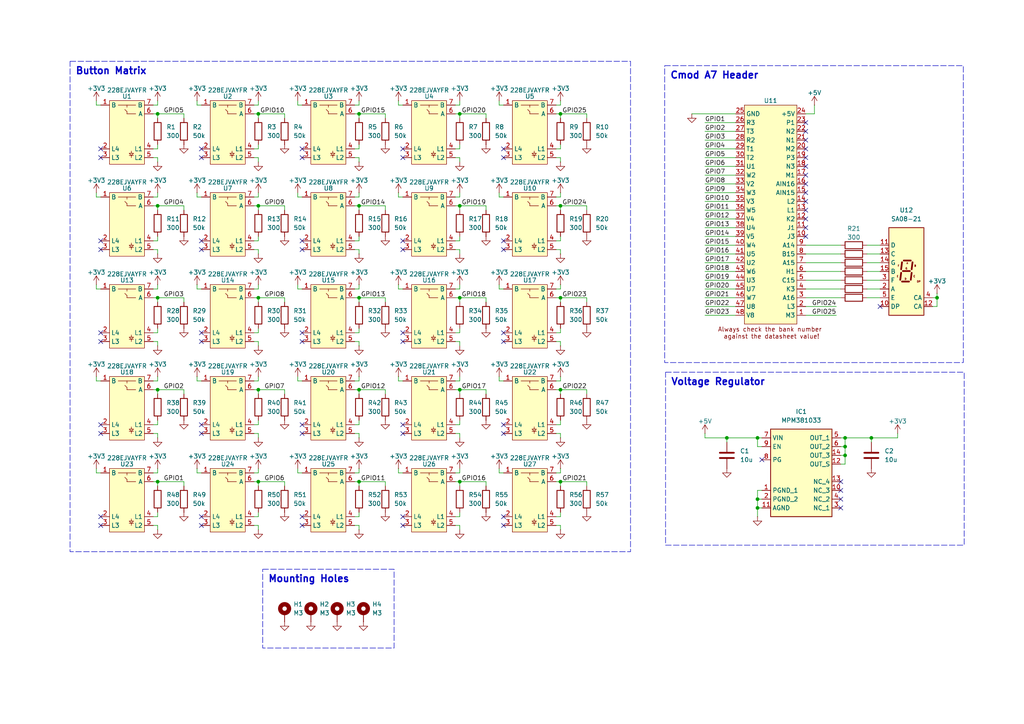
<source format=kicad_sch>
(kicad_sch (version 20250114) (generator "eeschema") (generator_version "9.0")
  (paper "A4")
  (title_block (title "FPGA Neural Network Demo Board") (date "2026-02-05") (rev "1.0") (company "MIT CBA - Michal Varsanyi"))
  (text_box "Voltage Regulator" (at 193.04 107.95 0) (size 86.614 50.165) (margins 1.5 1.5 1.5 1.5) (stroke (width 0) (type dash)) (effects (font (size 2 2) (thickness 0.4) (bold yes)) (justify left top)))
  (text_box "Button Matrix" (at 20.32 17.78 0) (size 162.56 142.24) (margins 1.5 1.5 1.5 1.5) (stroke (width 0) (type dash)) (effects (font (size 2 2) (thickness 0.4) (bold yes)) (justify left top)))
  (text_box "Cmod A7 Header" (at 192.786 19.05 0) (size 86.614 86.106) (margins 1.5 1.5 1.5 1.5) (stroke (width 0) (type dash)) (effects (font (size 2 2) (thickness 0.4) (bold yes)) (justify left top)))
  (text_box "Mounting Holes" (at 76.2 165.1 0) (size 38.1 22.86) (margins 1.5 1.5 1.5 1.5) (stroke (width 0) (type dash)) (effects (font (size 2 2) (thickness 0.4) (bold yes)) (justify left top)))
  (junction (at 45.72 139.7))
  (junction (at 133.35 139.7))
  (junction (at 104.14 33.02))
  (junction (at 104.14 86.36))
  (junction (at 104.14 139.7))
  (junction (at 45.72 33.02))
  (junction (at 162.56 59.69))
  (junction (at 133.35 86.36))
  (junction (at 162.56 113.03))
  (junction (at 133.35 59.69))
  (junction (at 162.56 139.7))
  (junction (at 219.71 147.32))
  (junction (at 74.93 59.69))
  (junction (at 45.72 59.69))
  (junction (at 252.73 127))
  (junction (at 133.35 113.03))
  (junction (at 104.14 59.69))
  (junction (at 219.71 127))
  (junction (at 162.56 33.02))
  (junction (at 245.11 127))
  (junction (at 219.71 144.78))
  (junction (at 245.11 132.08))
  (junction (at 210.82 127))
  (junction (at 133.35 33.02))
  (junction (at 245.11 129.54))
  (junction (at 162.56 86.36))
  (junction (at 74.93 139.7))
  (junction (at 74.93 113.03))
  (junction (at 45.72 86.36))
  (junction (at 74.93 86.36))
  (junction (at 74.93 33.02))
  (junction (at 45.72 113.03))
  (junction (at 271.78 86.36))
  (junction (at 104.14 113.03))
  (no_connect (at 116.84 72.39))
  (no_connect (at 146.05 149.86))
  (no_connect (at 58.42 45.72))
  (no_connect (at 146.05 96.52))
  (no_connect (at 87.63 96.52))
  (no_connect (at 233.68 43.18))
  (no_connect (at 116.84 99.06))
  (no_connect (at 116.84 96.52))
  (no_connect (at 233.68 48.26))
  (no_connect (at 58.42 149.86))
  (no_connect (at 29.21 43.18))
  (no_connect (at 233.68 35.56))
  (no_connect (at 233.68 58.42))
  (no_connect (at 146.05 69.85))
  (no_connect (at 58.42 123.19))
  (no_connect (at 146.05 72.39))
  (no_connect (at 116.84 45.72))
  (no_connect (at 233.68 45.72))
  (no_connect (at 233.68 40.64))
  (no_connect (at 233.68 66.04))
  (no_connect (at 29.21 123.19))
  (no_connect (at 87.63 45.72))
  (no_connect (at 233.68 50.8))
  (no_connect (at 87.63 125.73))
  (no_connect (at 116.84 69.85))
  (no_connect (at 29.21 125.73))
  (no_connect (at 87.63 69.85))
  (no_connect (at 233.68 60.96))
  (no_connect (at 29.21 69.85))
  (no_connect (at 87.63 72.39))
  (no_connect (at 243.84 144.78))
  (no_connect (at 243.84 139.7))
  (no_connect (at 220.98 133.35))
  (no_connect (at 116.84 152.4))
  (no_connect (at 146.05 152.4))
  (no_connect (at 58.42 96.52))
  (no_connect (at 29.21 149.86))
  (no_connect (at 233.68 53.34))
  (no_connect (at 58.42 69.85))
  (no_connect (at 87.63 99.06))
  (no_connect (at 116.84 125.73))
  (no_connect (at 87.63 149.86))
  (no_connect (at 233.68 38.1))
  (no_connect (at 87.63 123.19))
  (no_connect (at 29.21 45.72))
  (no_connect (at 146.05 99.06))
  (no_connect (at 58.42 125.73))
  (no_connect (at 58.42 99.06))
  (no_connect (at 146.05 125.73))
  (no_connect (at 29.21 72.39))
  (no_connect (at 243.84 147.32))
  (no_connect (at 233.68 68.58))
  (no_connect (at 58.42 72.39))
  (no_connect (at 29.21 152.4))
  (no_connect (at 146.05 43.18))
  (no_connect (at 255.27 88.9))
  (no_connect (at 29.21 99.06))
  (no_connect (at 116.84 123.19))
  (no_connect (at 58.42 43.18))
  (no_connect (at 29.21 96.52))
  (no_connect (at 146.05 45.72))
  (no_connect (at 233.68 63.5))
  (no_connect (at 146.05 123.19))
  (no_connect (at 233.68 55.88))
  (no_connect (at 58.42 152.4))
  (no_connect (at 116.84 43.18))
  (no_connect (at 87.63 152.4))
  (no_connect (at 116.84 149.86))
  (no_connect (at 87.63 43.18))
  (no_connect (at 243.84 142.24))
  (wire (pts (xy 133.35 149.86) (xy 133.35 148.59)))
  (wire (pts (xy 104.14 139.7) (xy 104.14 140.97)))
  (wire (pts (xy 204.47 68.58) (xy 213.36 68.58)))
  (wire (pts (xy 27.94 137.16) (xy 29.21 137.16)))
  (wire (pts (xy 104.14 139.7) (xy 111.76 139.7)))
  (wire (pts (xy 44.45 69.85) (xy 45.72 69.85)))
  (wire (pts (xy 86.36 82.55) (xy 86.36 83.82)))
  (wire (pts (xy 204.47 43.18) (xy 213.36 43.18)))
  (wire (pts (xy 73.66 45.72) (xy 74.93 45.72)))
  (wire (pts (xy 233.68 33.02) (xy 236.22 33.02)))
  (wire (pts (xy 44.45 72.39) (xy 45.72 72.39)))
  (wire (pts (xy 270.51 86.36) (xy 271.78 86.36)))
  (wire (pts (xy 74.93 45.72) (xy 74.93 46.99)))
  (wire (pts (xy 204.47 50.8) (xy 213.36 50.8)))
  (wire (pts (xy 133.35 72.39) (xy 133.35 73.66)))
  (wire (pts (xy 233.68 86.36) (xy 243.84 86.36)))
  (wire (pts (xy 161.29 45.72) (xy 162.56 45.72)))
  (wire (pts (xy 161.29 86.36) (xy 162.56 86.36)))
  (wire (pts (xy 204.47 40.64) (xy 213.36 40.64)))
  (wire (pts (xy 86.36 29.21) (xy 86.36 30.48)))
  (wire (pts (xy 161.29 125.73) (xy 162.56 125.73)))
  (wire (pts (xy 73.66 152.4) (xy 74.93 152.4)))
  (wire (pts (xy 45.72 43.18) (xy 45.72 41.91)))
  (wire (pts (xy 102.87 125.73) (xy 104.14 125.73)))
  (wire (pts (xy 104.14 123.19) (xy 104.14 121.92)))
  (wire (pts (xy 133.35 55.88) (xy 133.35 57.15)))
  (wire (pts (xy 245.11 134.62) (xy 243.84 134.62)))
  (wire (pts (xy 86.36 137.16) (xy 87.63 137.16)))
  (wire (pts (xy 252.73 127) (xy 260.35 127)))
  (wire (pts (xy 82.55 59.69) (xy 82.55 60.96)))
  (wire (pts (xy 111.76 139.7) (xy 111.76 140.97)))
  (wire (pts (xy 260.35 125.73) (xy 260.35 127)))
  (wire (pts (xy 104.14 83.82) (xy 102.87 83.82)))
  (wire (pts (xy 220.98 147.32) (xy 219.71 147.32)))
  (wire (pts (xy 27.94 29.21) (xy 27.94 30.48)))
  (wire (pts (xy 204.47 60.96) (xy 213.36 60.96)))
  (wire (pts (xy 162.56 45.72) (xy 162.56 46.99)))
  (wire (pts (xy 133.35 139.7) (xy 133.35 140.97)))
  (wire (pts (xy 233.68 81.28) (xy 243.84 81.28)))
  (wire (pts (xy 162.56 86.36) (xy 162.56 87.63)))
  (wire (pts (xy 57.15 135.89) (xy 57.15 137.16)))
  (wire (pts (xy 162.56 86.36) (xy 170.18 86.36)))
  (wire (pts (xy 133.35 137.16) (xy 132.08 137.16)))
  (wire (pts (xy 104.14 43.18) (xy 104.14 41.91)))
  (wire (pts (xy 44.45 45.72) (xy 45.72 45.72)))
  (wire (pts (xy 45.72 137.16) (xy 44.45 137.16)))
  (wire (pts (xy 73.66 69.85) (xy 74.93 69.85)))
  (wire (pts (xy 162.56 135.89) (xy 162.56 137.16)))
  (wire (pts (xy 102.87 33.02) (xy 104.14 33.02)))
  (wire (pts (xy 161.29 72.39) (xy 162.56 72.39)))
  (wire (pts (xy 132.08 33.02) (xy 133.35 33.02)))
  (wire (pts (xy 162.56 83.82) (xy 161.29 83.82)))
  (wire (pts (xy 102.87 123.19) (xy 104.14 123.19)))
  (wire (pts (xy 161.29 96.52) (xy 162.56 96.52)))
  (wire (pts (xy 132.08 99.06) (xy 133.35 99.06)))
  (wire (pts (xy 44.45 43.18) (xy 45.72 43.18)))
  (wire (pts (xy 74.93 69.85) (xy 74.93 68.58)))
  (wire (pts (xy 115.57 30.48) (xy 116.84 30.48)))
  (wire (pts (xy 45.72 139.7) (xy 53.34 139.7)))
  (wire (pts (xy 111.76 86.36) (xy 111.76 87.63)))
  (wire (pts (xy 57.15 110.49) (xy 58.42 110.49)))
  (wire (pts (xy 82.55 86.36) (xy 82.55 87.63)))
  (wire (pts (xy 132.08 45.72) (xy 133.35 45.72)))
  (wire (pts (xy 170.18 86.36) (xy 170.18 87.63)))
  (wire (pts (xy 133.35 110.49) (xy 132.08 110.49)))
  (wire (pts (xy 86.36 30.48) (xy 87.63 30.48)))
  (wire (pts (xy 115.57 55.88) (xy 115.57 57.15)))
  (wire (pts (xy 115.57 135.89) (xy 115.57 137.16)))
  (wire (pts (xy 73.66 149.86) (xy 74.93 149.86)))
  (wire (pts (xy 104.14 149.86) (xy 104.14 148.59)))
  (wire (pts (xy 219.71 127) (xy 220.98 127)))
  (wire (pts (xy 74.93 137.16) (xy 73.66 137.16)))
  (wire (pts (xy 133.35 99.06) (xy 133.35 100.33)))
  (wire (pts (xy 133.35 96.52) (xy 133.35 95.25)))
  (wire (pts (xy 45.72 96.52) (xy 45.72 95.25)))
  (wire (pts (xy 161.29 59.69) (xy 162.56 59.69)))
  (wire (pts (xy 140.97 86.36) (xy 140.97 87.63)))
  (wire (pts (xy 74.93 57.15) (xy 73.66 57.15)))
  (wire (pts (xy 162.56 43.18) (xy 162.56 41.91)))
  (wire (pts (xy 219.71 142.24) (xy 219.71 144.78)))
  (wire (pts (xy 245.11 132.08) (xy 245.11 134.62)))
  (wire (pts (xy 57.15 137.16) (xy 58.42 137.16)))
  (wire (pts (xy 27.94 57.15) (xy 29.21 57.15)))
  (wire (pts (xy 251.46 81.28) (xy 255.27 81.28)))
  (wire (pts (xy 45.72 83.82) (xy 44.45 83.82)))
  (wire (pts (xy 102.87 86.36) (xy 104.14 86.36)))
  (wire (pts (xy 144.78 55.88) (xy 144.78 57.15)))
  (wire (pts (xy 133.35 113.03) (xy 140.97 113.03)))
  (wire (pts (xy 86.36 135.89) (xy 86.36 137.16)))
  (wire (pts (xy 102.87 99.06) (xy 104.14 99.06)))
  (wire (pts (xy 45.72 152.4) (xy 45.72 153.67)))
  (wire (pts (xy 74.93 109.22) (xy 74.93 110.49)))
  (wire (pts (xy 133.35 125.73) (xy 133.35 127)))
  (wire (pts (xy 104.14 86.36) (xy 111.76 86.36)))
  (wire (pts (xy 44.45 99.06) (xy 45.72 99.06)))
  (wire (pts (xy 162.56 113.03) (xy 170.18 113.03)))
  (wire (pts (xy 102.87 152.4) (xy 104.14 152.4)))
  (wire (pts (xy 204.47 45.72) (xy 213.36 45.72)))
  (wire (pts (xy 271.78 88.9) (xy 270.51 88.9)))
  (wire (pts (xy 45.72 55.88) (xy 45.72 57.15)))
  (wire (pts (xy 74.93 123.19) (xy 74.93 121.92)))
  (wire (pts (xy 204.47 83.82) (xy 213.36 83.82)))
  (wire (pts (xy 219.71 147.32) (xy 219.71 144.78)))
  (wire (pts (xy 133.35 29.21) (xy 133.35 30.48)))
  (wire (pts (xy 102.87 113.03) (xy 104.14 113.03)))
  (wire (pts (xy 74.93 99.06) (xy 74.93 100.33)))
  (wire (pts (xy 104.14 137.16) (xy 102.87 137.16)))
  (wire (pts (xy 74.93 149.86) (xy 74.93 148.59)))
  (wire (pts (xy 45.72 149.86) (xy 45.72 148.59)))
  (wire (pts (xy 204.47 53.34) (xy 213.36 53.34)))
  (wire (pts (xy 74.93 82.55) (xy 74.93 83.82)))
  (wire (pts (xy 57.15 109.22) (xy 57.15 110.49)))
  (wire (pts (xy 45.72 139.7) (xy 45.72 140.97)))
  (wire (pts (xy 162.56 55.88) (xy 162.56 57.15)))
  (wire (pts (xy 44.45 125.73) (xy 45.72 125.73)))
  (wire (pts (xy 53.34 33.02) (xy 53.34 34.29)))
  (wire (pts (xy 45.72 30.48) (xy 44.45 30.48)))
  (wire (pts (xy 133.35 123.19) (xy 133.35 121.92)))
  (wire (pts (xy 233.68 76.2) (xy 243.84 76.2)))
  (wire (pts (xy 133.35 86.36) (xy 133.35 87.63)))
  (wire (pts (xy 86.36 83.82) (xy 87.63 83.82)))
  (wire (pts (xy 170.18 33.02) (xy 170.18 34.29)))
  (wire (pts (xy 242.57 88.9) (xy 233.68 88.9)))
  (wire (pts (xy 45.72 110.49) (xy 44.45 110.49)))
  (wire (pts (xy 204.47 38.1) (xy 213.36 38.1)))
  (wire (pts (xy 73.66 59.69) (xy 74.93 59.69)))
  (wire (pts (xy 204.47 71.12) (xy 213.36 71.12)))
  (wire (pts (xy 133.35 43.18) (xy 133.35 41.91)))
  (wire (pts (xy 210.82 127) (xy 219.71 127)))
  (wire (pts (xy 45.72 113.03) (xy 53.34 113.03)))
  (wire (pts (xy 162.56 29.21) (xy 162.56 30.48)))
  (wire (pts (xy 251.46 86.36) (xy 255.27 86.36)))
  (wire (pts (xy 233.68 73.66) (xy 243.84 73.66)))
  (wire (pts (xy 104.14 109.22) (xy 104.14 110.49)))
  (wire (pts (xy 74.93 113.03) (xy 82.55 113.03)))
  (wire (pts (xy 144.78 30.48) (xy 146.05 30.48)))
  (wire (pts (xy 45.72 135.89) (xy 45.72 137.16)))
  (wire (pts (xy 102.87 59.69) (xy 104.14 59.69)))
  (wire (pts (xy 162.56 33.02) (xy 162.56 34.29)))
  (wire (pts (xy 73.66 96.52) (xy 74.93 96.52)))
  (wire (pts (xy 162.56 113.03) (xy 162.56 114.3)))
  (wire (pts (xy 162.56 96.52) (xy 162.56 95.25)))
  (wire (pts (xy 210.82 127) (xy 210.82 128.27)))
  (wire (pts (xy 73.66 33.02) (xy 74.93 33.02)))
  (wire (pts (xy 251.46 78.74) (xy 255.27 78.74)))
  (wire (pts (xy 27.94 55.88) (xy 27.94 57.15)))
  (wire (pts (xy 45.72 86.36) (xy 45.72 87.63)))
  (wire (pts (xy 74.93 33.02) (xy 74.93 34.29)))
  (wire (pts (xy 104.14 72.39) (xy 104.14 73.66)))
  (wire (pts (xy 74.93 33.02) (xy 82.55 33.02)))
  (wire (pts (xy 73.66 86.36) (xy 74.93 86.36)))
  (wire (pts (xy 86.36 57.15) (xy 87.63 57.15)))
  (wire (pts (xy 53.34 86.36) (xy 53.34 87.63)))
  (wire (pts (xy 132.08 86.36) (xy 133.35 86.36)))
  (wire (pts (xy 140.97 59.69) (xy 140.97 60.96)))
  (wire (pts (xy 45.72 109.22) (xy 45.72 110.49)))
  (wire (pts (xy 219.71 144.78) (xy 220.98 144.78)))
  (wire (pts (xy 115.57 110.49) (xy 116.84 110.49)))
  (wire (pts (xy 27.94 30.48) (xy 29.21 30.48)))
  (wire (pts (xy 144.78 29.21) (xy 144.78 30.48)))
  (wire (pts (xy 27.94 135.89) (xy 27.94 137.16)))
  (wire (pts (xy 44.45 113.03) (xy 45.72 113.03)))
  (wire (pts (xy 220.98 142.24) (xy 219.71 142.24)))
  (wire (pts (xy 57.15 57.15) (xy 58.42 57.15)))
  (wire (pts (xy 74.93 113.03) (xy 74.93 114.3)))
  (wire (pts (xy 242.57 91.44) (xy 233.68 91.44)))
  (wire (pts (xy 243.84 129.54) (xy 245.11 129.54)))
  (wire (pts (xy 57.15 82.55) (xy 57.15 83.82)))
  (wire (pts (xy 57.15 30.48) (xy 58.42 30.48)))
  (wire (pts (xy 204.47 66.04) (xy 213.36 66.04)))
  (wire (pts (xy 132.08 72.39) (xy 133.35 72.39)))
  (wire (pts (xy 133.35 33.02) (xy 140.97 33.02)))
  (wire (pts (xy 132.08 59.69) (xy 133.35 59.69)))
  (wire (pts (xy 133.35 45.72) (xy 133.35 46.99)))
  (wire (pts (xy 132.08 96.52) (xy 133.35 96.52)))
  (wire (pts (xy 57.15 55.88) (xy 57.15 57.15)))
  (wire (pts (xy 133.35 135.89) (xy 133.35 137.16)))
  (wire (pts (xy 162.56 33.02) (xy 170.18 33.02)))
  (wire (pts (xy 162.56 152.4) (xy 162.56 153.67)))
  (wire (pts (xy 57.15 83.82) (xy 58.42 83.82)))
  (wire (pts (xy 245.11 127) (xy 252.73 127)))
  (wire (pts (xy 74.93 43.18) (xy 74.93 41.91)))
  (wire (pts (xy 140.97 33.02) (xy 140.97 34.29)))
  (wire (pts (xy 82.55 113.03) (xy 82.55 114.3)))
  (wire (pts (xy 251.46 73.66) (xy 255.27 73.66)))
  (wire (pts (xy 74.93 83.82) (xy 73.66 83.82)))
  (wire (pts (xy 140.97 113.03) (xy 140.97 114.3)))
  (wire (pts (xy 74.93 152.4) (xy 74.93 153.67)))
  (wire (pts (xy 104.14 57.15) (xy 102.87 57.15)))
  (wire (pts (xy 204.47 86.36) (xy 213.36 86.36)))
  (wire (pts (xy 74.93 72.39) (xy 74.93 73.66)))
  (wire (pts (xy 73.66 72.39) (xy 74.93 72.39)))
  (wire (pts (xy 44.45 59.69) (xy 45.72 59.69)))
  (wire (pts (xy 74.93 59.69) (xy 74.93 60.96)))
  (wire (pts (xy 45.72 33.02) (xy 53.34 33.02)))
  (wire (pts (xy 45.72 69.85) (xy 45.72 68.58)))
  (wire (pts (xy 204.47 76.2) (xy 213.36 76.2)))
  (wire (pts (xy 132.08 123.19) (xy 133.35 123.19)))
  (wire (pts (xy 104.14 33.02) (xy 104.14 34.29)))
  (wire (pts (xy 53.34 113.03) (xy 53.34 114.3)))
  (wire (pts (xy 133.35 109.22) (xy 133.35 110.49)))
  (wire (pts (xy 132.08 69.85) (xy 133.35 69.85)))
  (wire (pts (xy 162.56 59.69) (xy 170.18 59.69)))
  (wire (pts (xy 74.93 59.69) (xy 82.55 59.69)))
  (wire (pts (xy 104.14 82.55) (xy 104.14 83.82)))
  (wire (pts (xy 162.56 59.69) (xy 162.56 60.96)))
  (wire (pts (xy 243.84 132.08) (xy 245.11 132.08)))
  (wire (pts (xy 252.73 127) (xy 252.73 128.27)))
  (wire (pts (xy 204.47 58.42) (xy 213.36 58.42)))
  (wire (pts (xy 271.78 85.09) (xy 271.78 86.36)))
  (wire (pts (xy 133.35 86.36) (xy 140.97 86.36)))
  (wire (pts (xy 102.87 69.85) (xy 104.14 69.85)))
  (wire (pts (xy 57.15 29.21) (xy 57.15 30.48)))
  (wire (pts (xy 162.56 139.7) (xy 162.56 140.97)))
  (wire (pts (xy 44.45 152.4) (xy 45.72 152.4)))
  (wire (pts (xy 44.45 139.7) (xy 45.72 139.7)))
  (wire (pts (xy 73.66 125.73) (xy 74.93 125.73)))
  (wire (pts (xy 104.14 113.03) (xy 111.76 113.03)))
  (wire (pts (xy 204.47 63.5) (xy 213.36 63.5)))
  (wire (pts (xy 74.93 125.73) (xy 74.93 127)))
  (wire (pts (xy 161.29 69.85) (xy 162.56 69.85)))
  (wire (pts (xy 133.35 83.82) (xy 132.08 83.82)))
  (wire (pts (xy 204.47 81.28) (xy 213.36 81.28)))
  (wire (pts (xy 74.93 110.49) (xy 73.66 110.49)))
  (wire (pts (xy 204.47 125.73) (xy 204.47 127)))
  (wire (pts (xy 45.72 113.03) (xy 45.72 114.3)))
  (wire (pts (xy 161.29 113.03) (xy 162.56 113.03)))
  (wire (pts (xy 243.84 127) (xy 245.11 127)))
  (wire (pts (xy 104.14 86.36) (xy 104.14 87.63)))
  (wire (pts (xy 144.78 137.16) (xy 146.05 137.16)))
  (wire (pts (xy 233.68 78.74) (xy 243.84 78.74)))
  (wire (pts (xy 162.56 82.55) (xy 162.56 83.82)))
  (wire (pts (xy 86.36 55.88) (xy 86.36 57.15)))
  (wire (pts (xy 133.35 113.03) (xy 133.35 114.3)))
  (wire (pts (xy 219.71 147.32) (xy 219.71 149.86)))
  (wire (pts (xy 82.55 139.7) (xy 82.55 140.97)))
  (wire (pts (xy 133.35 57.15) (xy 132.08 57.15)))
  (wire (pts (xy 44.45 33.02) (xy 45.72 33.02)))
  (wire (pts (xy 86.36 110.49) (xy 87.63 110.49)))
  (wire (pts (xy 102.87 96.52) (xy 104.14 96.52)))
  (wire (pts (xy 74.93 135.89) (xy 74.93 137.16)))
  (wire (pts (xy 162.56 125.73) (xy 162.56 127)))
  (wire (pts (xy 204.47 35.56) (xy 213.36 35.56)))
  (wire (pts (xy 170.18 113.03) (xy 170.18 114.3)))
  (wire (pts (xy 144.78 83.82) (xy 146.05 83.82)))
  (wire (pts (xy 104.14 110.49) (xy 102.87 110.49)))
  (wire (pts (xy 102.87 72.39) (xy 104.14 72.39)))
  (wire (pts (xy 162.56 69.85) (xy 162.56 68.58)))
  (wire (pts (xy 74.93 30.48) (xy 73.66 30.48)))
  (wire (pts (xy 204.47 91.44) (xy 213.36 91.44)))
  (wire (pts (xy 251.46 83.82) (xy 255.27 83.82)))
  (wire (pts (xy 162.56 110.49) (xy 161.29 110.49)))
  (wire (pts (xy 220.98 129.54) (xy 219.71 129.54)))
  (wire (pts (xy 245.11 127) (xy 245.11 129.54)))
  (wire (pts (xy 132.08 113.03) (xy 133.35 113.03)))
  (wire (pts (xy 73.66 113.03) (xy 74.93 113.03)))
  (wire (pts (xy 74.93 86.36) (xy 74.93 87.63)))
  (wire (pts (xy 162.56 57.15) (xy 161.29 57.15)))
  (wire (pts (xy 133.35 69.85) (xy 133.35 68.58)))
  (wire (pts (xy 271.78 86.36) (xy 271.78 88.9)))
  (wire (pts (xy 111.76 113.03) (xy 111.76 114.3)))
  (wire (pts (xy 132.08 139.7) (xy 133.35 139.7)))
  (wire (pts (xy 74.93 139.7) (xy 74.93 140.97)))
  (wire (pts (xy 102.87 45.72) (xy 104.14 45.72)))
  (wire (pts (xy 27.94 110.49) (xy 29.21 110.49)))
  (wire (pts (xy 53.34 59.69) (xy 53.34 60.96)))
  (wire (pts (xy 74.93 55.88) (xy 74.93 57.15)))
  (wire (pts (xy 204.47 88.9) (xy 213.36 88.9)))
  (wire (pts (xy 111.76 59.69) (xy 111.76 60.96)))
  (wire (pts (xy 144.78 109.22) (xy 144.78 110.49)))
  (wire (pts (xy 27.94 82.55) (xy 27.94 83.82)))
  (wire (pts (xy 115.57 137.16) (xy 116.84 137.16)))
  (wire (pts (xy 45.72 99.06) (xy 45.72 100.33)))
  (wire (pts (xy 45.72 29.21) (xy 45.72 30.48)))
  (wire (pts (xy 74.93 139.7) (xy 82.55 139.7)))
  (wire (pts (xy 73.66 139.7) (xy 74.93 139.7)))
  (wire (pts (xy 144.78 110.49) (xy 146.05 110.49)))
  (wire (pts (xy 74.93 96.52) (xy 74.93 95.25)))
  (wire (pts (xy 132.08 152.4) (xy 133.35 152.4)))
  (wire (pts (xy 102.87 149.86) (xy 104.14 149.86)))
  (wire (pts (xy 204.47 48.26) (xy 213.36 48.26)))
  (wire (pts (xy 104.14 59.69) (xy 111.76 59.69)))
  (wire (pts (xy 133.35 33.02) (xy 133.35 34.29)))
  (wire (pts (xy 162.56 149.86) (xy 162.56 148.59)))
  (wire (pts (xy 86.36 109.22) (xy 86.36 110.49)))
  (wire (pts (xy 162.56 137.16) (xy 161.29 137.16)))
  (wire (pts (xy 161.29 123.19) (xy 162.56 123.19)))
  (wire (pts (xy 45.72 59.69) (xy 53.34 59.69)))
  (wire (pts (xy 53.34 139.7) (xy 53.34 140.97)))
  (wire (pts (xy 45.72 82.55) (xy 45.72 83.82)))
  (wire (pts (xy 115.57 109.22) (xy 115.57 110.49)))
  (wire (pts (xy 204.47 78.74) (xy 213.36 78.74)))
  (wire (pts (xy 133.35 59.69) (xy 140.97 59.69)))
  (wire (pts (xy 162.56 109.22) (xy 162.56 110.49)))
  (wire (pts (xy 204.47 73.66) (xy 213.36 73.66)))
  (wire (pts (xy 27.94 109.22) (xy 27.94 110.49)))
  (wire (pts (xy 45.72 45.72) (xy 45.72 46.99)))
  (wire (pts (xy 133.35 139.7) (xy 140.97 139.7)))
  (wire (pts (xy 73.66 123.19) (xy 74.93 123.19)))
  (wire (pts (xy 133.35 82.55) (xy 133.35 83.82)))
  (wire (pts (xy 44.45 123.19) (xy 45.72 123.19)))
  (wire (pts (xy 161.29 33.02) (xy 162.56 33.02)))
  (wire (pts (xy 204.47 55.88) (xy 213.36 55.88)))
  (wire (pts (xy 140.97 139.7) (xy 140.97 140.97)))
  (wire (pts (xy 132.08 149.86) (xy 133.35 149.86)))
  (wire (pts (xy 233.68 71.12) (xy 243.84 71.12)))
  (wire (pts (xy 251.46 71.12) (xy 255.27 71.12)))
  (wire (pts (xy 74.93 86.36) (xy 82.55 86.36)))
  (wire (pts (xy 45.72 72.39) (xy 45.72 73.66)))
  (wire (pts (xy 162.56 72.39) (xy 162.56 73.66)))
  (wire (pts (xy 161.29 43.18) (xy 162.56 43.18)))
  (wire (pts (xy 115.57 57.15) (xy 116.84 57.15)))
  (wire (pts (xy 204.47 127) (xy 210.82 127)))
  (wire (pts (xy 104.14 33.02) (xy 111.76 33.02)))
  (wire (pts (xy 200.66 33.02) (xy 213.36 33.02)))
  (wire (pts (xy 170.18 59.69) (xy 170.18 60.96)))
  (wire (pts (xy 162.56 139.7) (xy 170.18 139.7)))
  (wire (pts (xy 104.14 125.73) (xy 104.14 127)))
  (wire (pts (xy 162.56 123.19) (xy 162.56 121.92)))
  (wire (pts (xy 104.14 30.48) (xy 102.87 30.48)))
  (wire (pts (xy 115.57 83.82) (xy 116.84 83.82)))
  (wire (pts (xy 27.94 83.82) (xy 29.21 83.82)))
  (wire (pts (xy 219.71 129.54) (xy 219.71 127)))
  (wire (pts (xy 115.57 82.55) (xy 115.57 83.82)))
  (wire (pts (xy 144.78 82.55) (xy 144.78 83.82)))
  (wire (pts (xy 162.56 99.06) (xy 162.56 100.33)))
  (wire (pts (xy 45.72 123.19) (xy 45.72 121.92)))
  (wire (pts (xy 73.66 99.06) (xy 74.93 99.06)))
  (wire (pts (xy 44.45 96.52) (xy 45.72 96.52)))
  (wire (pts (xy 104.14 96.52) (xy 104.14 95.25)))
  (wire (pts (xy 104.14 59.69) (xy 104.14 60.96)))
  (wire (pts (xy 104.14 113.03) (xy 104.14 114.3)))
  (wire (pts (xy 45.72 33.02) (xy 45.72 34.29)))
  (wire (pts (xy 133.35 30.48) (xy 132.08 30.48)))
  (wire (pts (xy 82.55 33.02) (xy 82.55 34.29)))
  (wire (pts (xy 251.46 76.2) (xy 255.27 76.2)))
  (wire (pts (xy 132.08 43.18) (xy 133.35 43.18)))
  (wire (pts (xy 45.72 86.36) (xy 53.34 86.36)))
  (wire (pts (xy 104.14 152.4) (xy 104.14 153.67)))
  (wire (pts (xy 233.68 83.82) (xy 243.84 83.82)))
  (wire (pts (xy 44.45 149.86) (xy 45.72 149.86)))
  (wire (pts (xy 133.35 59.69) (xy 133.35 60.96)))
  (wire (pts (xy 104.14 69.85) (xy 104.14 68.58)))
  (wire (pts (xy 104.14 45.72) (xy 104.14 46.99)))
  (wire (pts (xy 104.14 29.21) (xy 104.14 30.48)))
  (wire (pts (xy 104.14 55.88) (xy 104.14 57.15)))
  (wire (pts (xy 161.29 149.86) (xy 162.56 149.86)))
  (wire (pts (xy 161.29 139.7) (xy 162.56 139.7)))
  (wire (pts (xy 132.08 125.73) (xy 133.35 125.73)))
  (wire (pts (xy 104.14 135.89) (xy 104.14 137.16)))
  (wire (pts (xy 102.87 43.18) (xy 104.14 43.18)))
  (wire (pts (xy 144.78 135.89) (xy 144.78 137.16)))
  (wire (pts (xy 45.72 125.73) (xy 45.72 127)))
  (wire (pts (xy 115.57 29.21) (xy 115.57 30.48)))
  (wire (pts (xy 111.76 33.02) (xy 111.76 34.29)))
  (wire (pts (xy 104.14 99.06) (xy 104.14 100.33)))
  (wire (pts (xy 245.11 129.54) (xy 245.11 132.08)))
  (wire (pts (xy 161.29 152.4) (xy 162.56 152.4)))
  (wire (pts (xy 45.72 57.15) (xy 44.45 57.15)))
  (wire (pts (xy 45.72 59.69) (xy 45.72 60.96)))
  (wire (pts (xy 44.45 86.36) (xy 45.72 86.36)))
  (wire (pts (xy 73.66 43.18) (xy 74.93 43.18)))
  (wire (pts (xy 236.22 30.48) (xy 236.22 33.02)))
  (wire (pts (xy 144.78 57.15) (xy 146.05 57.15)))
  (wire (pts (xy 74.93 29.21) (xy 74.93 30.48)))
  (wire (pts (xy 133.35 152.4) (xy 133.35 153.67)))
  (wire (pts (xy 170.18 139.7) (xy 170.18 140.97)))
  (wire (pts (xy 102.87 139.7) (xy 104.14 139.7)))
  (wire (pts (xy 161.29 99.06) (xy 162.56 99.06)))
  (wire (pts (xy 162.56 30.48) (xy 161.29 30.48)))
  (label "GPIO12" (at 204.47 63.5 0))
  (label "GPIO21" (at 204.47 86.36 0))
  (label "GPIO25" (at 170.18 33.02 180))
  (label "GPIO14" (at 111.76 59.69 180))
  (label "GPIO11" (at 204.47 60.96 0))
  (label "GPIO13" (at 111.76 86.36 180))
  (label "GPIO8" (at 204.47 53.34 0))
  (label "GPIO7" (at 82.55 113.03 180))
  (label "GPIO2" (at 204.47 38.1 0))
  (label "GPIO12" (at 111.76 113.03 180))
  (label "GPIO1" (at 204.47 35.56 0))
  (label "GPIO7" (at 204.47 50.8 0))
  (label "GPIO17" (at 140.97 113.03 180))
  (label "GPIO3" (at 53.34 86.36 180))
  (label "GPIO16" (at 140.97 139.7 180))
  (label "GPIO24" (at 170.18 59.69 180))
  (label "GPIO6" (at 82.55 139.7 180))
  (label "GPIO3" (at 204.47 40.64 0))
  (label "GPIO2" (at 53.34 113.03 180))
  (label "GPIO22" (at 204.47 88.9 0))
  (label "GPIO22" (at 170.18 113.03 180))
  (label "GPIO14" (at 204.47 68.58 0))
  (label "GPIO16" (at 204.47 73.66 0))
  (label "GPIO15" (at 204.47 71.12 0))
  (label "GPIO24" (at 242.57 88.9 180))
  (label "GPIO19" (at 204.47 81.28 0))
  (label "GPIO20" (at 140.97 33.02 180))
  (label "GPIO5" (at 204.47 45.72 0))
  (label "GPIO25" (at 242.57 91.44 180))
  (label "GPIO11" (at 111.76 139.7 180))
  (label "GPIO13" (at 204.47 66.04 0))
  (label "GPIO10" (at 204.47 58.42 0))
  (label "GPIO15" (at 111.76 33.02 180))
  (label "GPIO9" (at 82.55 59.69 180))
  (label "GPIO4" (at 53.34 59.69 180))
  (label "GPIO9" (at 204.47 55.88 0))
  (label "GPIO23" (at 204.47 91.44 0))
  (label "GPIO19" (at 140.97 59.69 180))
  (label "GPIO21" (at 170.18 139.7 180))
  (label "GPIO18" (at 204.47 78.74 0))
  (label "GPIO8" (at 82.55 86.36 180))
  (label "GPIO20" (at 204.47 83.82 0))
  (label "GPIO6" (at 204.47 48.26 0))
  (label "GPIO1" (at 53.34 139.7 180))
  (label "GPIO23" (at 170.18 86.36 180))
  (label "GPIO4" (at 204.47 43.18 0))
  (label "GPIO10" (at 82.55 33.02 180))
  (label "GPIO5" (at 53.34 33.02 180))
  (label "GPIO18" (at 140.97 86.36 180))
  (label "GPIO17" (at 204.47 76.2 0))
  (symbol (lib_id "power:+3V3") (at 144.78 109.22 0) (unit 1)
    (property "Reference" "#PWR072" (effects (hide yes)))
    (property "Value" "+3V3" (at 144.78 105.664 0))
    (property "Description" "Power symbol creates a global label with name \"+3V3\"" (effects (hide yes)))
  )
  (symbol (lib_id "power:GND") (at 74.93 100.33 0) (unit 1)
    (property "Reference" "#PWR060" (effects (hide yes)))
    (property "Value" "GND" (effects (hide yes)))
    (property "Description" "Power symbol creates a global label with name \"GND\" , ground" (effects (hide yes)))
  )
  (symbol (lib_id "power:+3V3") (at 162.56 82.55 0) (unit 1)
    (property "Reference" "#PWR052" (effects (hide yes)))
    (property "Value" "+3V3" (at 162.56 78.994 0))
    (property "Description" "Power symbol creates a global label with name \"+3V3\"" (effects (hide yes)))
  )
  (symbol (lib_id "Device:R") (at 247.65 83.82 90) (unit 1)
    (property "Reference" "R26" (effects (hide yes)))
    (property "Value" "300" (effects (hide yes)))
    (property "Footprint" "Resistor_SMD:R_0603_1608Metric" (effects (hide yes)))
    (property "Description" "Resistor" (effects (hide yes)))
  )
  (symbol (lib_id "power:+3V3") (at 57.15 55.88 0) (unit 1)
    (property "Reference" "#PWR025" (effects (hide yes)))
    (property "Value" "+3V3" (at 57.15 52.324 0))
    (property "Description" "Power symbol creates a global label with name \"+3V3\"" (effects (hide yes)))
  )
  (symbol (lib_id "Device:R") (at 247.65 73.66 90) (unit 1)
    (property "Reference" "R22" (effects (hide yes)))
    (property "Value" "300" (effects (hide yes)))
    (property "Footprint" "Resistor_SMD:R_0603_1608Metric" (effects (hide yes)))
    (property "Description" "Resistor" (effects (hide yes)))
  )
  (symbol (lib_id "Device:R") (at 53.34 91.44 0) (unit 1)
    (property "Reference" "R29" (at 55.88 90.1699 0) (effects (justify left)))
    (property "Value" "50k" (at 55.88 92.7099 0) (effects (justify left)))
    (property "Footprint" "Resistor_SMD:R_0603_1608Metric" (effects (hide yes)))
    (property "Description" "Resistor" (effects (hide yes)))
  )
  (symbol (lib_id "Custom_FPGA_NN_Lib:228EJVAYFR") (at 66.04 140.97 0) (unit 1)
    (property "Reference" "U24" (at 66.04 134.62 0))
    (property "Value" "228EJVAYFR" (at 66.04 132.842 0))
    (property "Footprint" "Custom_FPGA_NN_Foots:228EJVAYFR" (effects (hide yes)))
  )
  (symbol (lib_id "Device:R") (at 74.93 38.1 0) (unit 1)
    (property "Reference" "R3" (at 77.47 36.8299 0) (effects (justify left)))
    (property "Value" "300" (at 77.47 39.3699 0) (effects (justify left)))
    (property "Footprint" "Resistor_SMD:R_0603_1608Metric" (effects (hide yes)))
    (property "Description" "Resistor" (effects (hide yes)))
  )
  (symbol (lib_id "Device:R") (at 82.55 118.11 0) (unit 1)
    (property "Reference" "R41" (at 85.09 116.8399 0) (effects (justify left)))
    (property "Value" "50k" (at 85.09 119.3799 0) (effects (justify left)))
    (property "Footprint" "Resistor_SMD:R_0603_1608Metric" (effects (hide yes)))
    (property "Description" "Resistor" (effects (hide yes)))
  )
  (symbol (lib_id "power:+3V3") (at 162.56 29.21 0) (unit 1)
    (property "Reference" "#PWR010" (effects (hide yes)))
    (property "Value" "+3V3" (at 162.56 25.654 0))
    (property "Description" "Power symbol creates a global label with name \"+3V3\"" (effects (hide yes)))
  )
  (symbol (lib_id "power:GND") (at 170.18 41.91 0) (unit 1)
    (property "Reference" "#PWR017" (effects (hide yes)))
    (property "Value" "GND" (effects (hide yes)))
    (property "Description" "Power symbol creates a global label with name \"GND\" , ground" (effects (hide yes)))
  )
  (symbol (lib_id "power:GND") (at 45.72 46.99 0) (unit 1)
    (property "Reference" "#PWR018" (effects (hide yes)))
    (property "Value" "GND" (effects (hide yes)))
    (property "Description" "Power symbol creates a global label with name \"GND\" , ground" (effects (hide yes)))
  )
  (symbol (lib_id "Device:R") (at 82.55 144.78 0) (unit 1)
    (property "Reference" "R51" (at 85.09 143.5099 0) (effects (justify left)))
    (property "Value" "50k" (at 85.09 146.0499 0) (effects (justify left)))
    (property "Footprint" "Resistor_SMD:R_0603_1608Metric" (effects (hide yes)))
    (property "Description" "Resistor" (effects (hide yes)))
  )
  (symbol (lib_id "Custom_FPGA_NN_Lib:228EJVAYFR") (at 36.83 60.96 0) (unit 1)
    (property "Reference" "U6" (at 36.83 54.61 0))
    (property "Value" "228EJVAYFR" (at 36.83 52.832 0))
    (property "Footprint" "Custom_FPGA_NN_Foots:228EJVAYFR" (effects (hide yes)))
  )
  (symbol (lib_id "power:+3V3") (at 144.78 82.55 0) (unit 1)
    (property "Reference" "#PWR051" (effects (hide yes)))
    (property "Value" "+3V3" (at 144.78 78.994 0))
    (property "Description" "Power symbol creates a global label with name \"+3V3\"" (effects (hide yes)))
  )
  (symbol (lib_id "Custom_FPGA_NN_Lib:228EJVAYFR") (at 153.67 87.63 0) (unit 1)
    (property "Reference" "U17" (at 153.67 81.28 0))
    (property "Value" "228EJVAYFR" (at 153.67 79.502 0))
    (property "Footprint" "Custom_FPGA_NN_Foots:228EJVAYFR" (effects (hide yes)))
  )
  (symbol (lib_id "power:+3V3") (at 27.94 55.88 0) (unit 1)
    (property "Reference" "#PWR023" (effects (hide yes)))
    (property "Value" "+3V3" (at 27.94 52.324 0))
    (property "Description" "Power symbol creates a global label with name \"+3V3\"" (effects (hide yes)))
  )
  (symbol (lib_id "power:GND") (at 104.14 73.66 0) (unit 1)
    (property "Reference" "#PWR040" (effects (hide yes)))
    (property "Value" "GND" (effects (hide yes)))
    (property "Description" "Power symbol creates a global label with name \"GND\" , ground" (effects (hide yes)))
  )
  (symbol (lib_id "power:+3V3") (at 115.57 82.55 0) (unit 1)
    (property "Reference" "#PWR049" (effects (hide yes)))
    (property "Value" "+3V3" (at 115.57 78.994 0))
    (property "Description" "Power symbol creates a global label with name \"+3V3\"" (effects (hide yes)))
  )
  (symbol (lib_id "power:+3V3") (at 27.94 109.22 0) (unit 1)
    (property "Reference" "#PWR064" (effects (hide yes)))
    (property "Value" "+3V3" (at 27.94 105.664 0))
    (property "Description" "Power symbol creates a global label with name \"+3V3\"" (effects (hide yes)))
  )
  (symbol (lib_id "Custom_FPGA_NN_Lib:228EJVAYFR") (at 95.25 60.96 0) (unit 1)
    (property "Reference" "U8" (at 95.25 54.61 0))
    (property "Value" "228EJVAYFR" (at 95.25 52.832 0))
    (property "Footprint" "Custom_FPGA_NN_Foots:228EJVAYFR" (effects (hide yes)))
  )
  (symbol (lib_id "power:GND") (at 133.35 46.99 0) (unit 1)
    (property "Reference" "#PWR021" (effects (hide yes)))
    (property "Value" "GND" (effects (hide yes)))
    (property "Description" "Power symbol creates a global label with name \"GND\" , ground" (effects (hide yes)))
  )
  (symbol (lib_id "power:+3V3") (at 162.56 55.88 0) (unit 1)
    (property "Reference" "#PWR032" (effects (hide yes)))
    (property "Value" "+3V3" (at 162.56 52.324 0))
    (property "Description" "Power symbol creates a global label with name \"+3V3\"" (effects (hide yes)))
  )
  (symbol (lib_id "Mechanical:MountingHole_Pad") (at 90.17 177.8 0) (unit 1) (in_bom no)
    (property "Reference" "H2" (at 92.71 175.2599 0) (effects (justify left)))
    (property "Value" "M3" (at 92.71 177.7999 0) (effects (justify left)))
    (property "Footprint" "MountingHole:MountingHole_3.2mm_M3_Pad_Via" (effects (hide yes)))
    (property "Description" "Mounting Hole with connection" (effects (hide yes)))
  )
  (symbol (lib_id "power:+5V") (at 236.22 30.48 0) (unit 1)
    (property "Reference" "#PWR011" (effects (hide yes)))
    (property "Value" "+5V" (at 236.22 26.924 0))
    (property "Description" "Power symbol creates a global label with name \"+5V\"" (effects (hide yes)))
  )
  (symbol (lib_id "power:GND") (at 170.18 68.58 0) (unit 1)
    (property "Reference" "#PWR037" (effects (hide yes)))
    (property "Value" "GND" (effects (hide yes)))
    (property "Description" "Power symbol creates a global label with name \"GND\" , ground" (effects (hide yes)))
  )
  (symbol (lib_id "power:GND") (at 162.56 73.66 0) (unit 1)
    (property "Reference" "#PWR042" (effects (hide yes)))
    (property "Value" "GND" (effects (hide yes)))
    (property "Description" "Power symbol creates a global label with name \"GND\" , ground" (effects (hide yes)))
  )
  (symbol (lib_id "Device:R") (at 82.55 64.77 0) (unit 1)
    (property "Reference" "R14" (at 85.09 63.4999 0) (effects (justify left)))
    (property "Value" "50k" (at 85.09 66.0399 0) (effects (justify left)))
    (property "Footprint" "Resistor_SMD:R_0603_1608Metric" (effects (hide yes)))
    (property "Description" "Resistor" (effects (hide yes)))
  )
  (symbol (lib_id "power:GND") (at 82.55 68.58 0) (unit 1)
    (property "Reference" "#PWR034" (effects (hide yes)))
    (property "Value" "GND" (effects (hide yes)))
    (property "Description" "Power symbol creates a global label with name \"GND\" , ground" (effects (hide yes)))
  )
  (symbol (lib_id "power:+3V3") (at 27.94 135.89 0) (unit 1)
    (property "Reference" "#PWR086" (effects (hide yes)))
    (property "Value" "+3V3" (at 27.94 132.334 0))
    (property "Description" "Power symbol creates a global label with name \"+3V3\"" (effects (hide yes)))
  )
  (symbol (lib_id "power:+3V3") (at 57.15 135.89 0) (unit 1)
    (property "Reference" "#PWR088" (effects (hide yes)))
    (property "Value" "+3V3" (at 57.15 132.334 0))
    (property "Description" "Power symbol creates a global label with name \"+3V3\"" (effects (hide yes)))
  )
  (symbol (lib_id "power:+5V") (at 204.47 125.73 0) (unit 1)
    (property "Reference" "#PWR079" (effects (hide yes)))
    (property "Value" "+5V" (at 204.47 122.174 0))
    (property "Description" "Power symbol creates a global label with name \"+5V\"" (effects (hide yes)))
  )
  (symbol (lib_id "power:+3V3") (at 162.56 109.22 0) (unit 1)
    (property "Reference" "#PWR073" (effects (hide yes)))
    (property "Value" "+3V3" (at 162.56 105.664 0))
    (property "Description" "Power symbol creates a global label with name \"+3V3\"" (effects (hide yes)))
  )
  (symbol (lib_id "Device:R") (at 162.56 118.11 0) (unit 1)
    (property "Reference" "R46" (at 165.1 116.8399 0) (effects (justify left)))
    (property "Value" "300" (at 165.1 119.3799 0) (effects (justify left)))
    (property "Footprint" "Resistor_SMD:R_0603_1608Metric" (effects (hide yes)))
    (property "Description" "Resistor" (effects (hide yes)))
  )
  (symbol (lib_id "Device:R") (at 162.56 91.44 0) (unit 1)
    (property "Reference" "R36" (at 165.1 90.1699 0) (effects (justify left)))
    (property "Value" "300" (at 165.1 92.7099 0) (effects (justify left)))
    (property "Footprint" "Resistor_SMD:R_0603_1608Metric" (effects (hide yes)))
    (property "Description" "Resistor" (effects (hide yes)))
  )
  (symbol (lib_id "power:GND") (at 53.34 121.92 0) (unit 1)
    (property "Reference" "#PWR074" (effects (hide yes)))
    (property "Value" "GND" (effects (hide yes)))
    (property "Description" "Power symbol creates a global label with name \"GND\" , ground" (effects (hide yes)))
  )
  (symbol (lib_id "power:+3V3") (at 45.72 109.22 0) (unit 1)
    (property "Reference" "#PWR065" (effects (hide yes)))
    (property "Value" "+3V3" (at 45.72 105.664 0))
    (property "Description" "Power symbol creates a global label with name \"+3V3\"" (effects (hide yes)))
  )
  (symbol (lib_id "power:+3V3") (at 74.93 135.89 0) (unit 1)
    (property "Reference" "#PWR089" (effects (hide yes)))
    (property "Value" "+3V3" (at 74.93 132.334 0))
    (property "Description" "Power symbol creates a global label with name \"+3V3\"" (effects (hide yes)))
  )
  (symbol (lib_id "Device:R") (at 74.93 91.44 0) (unit 1)
    (property "Reference" "R30" (at 77.47 90.1699 0) (effects (justify left)))
    (property "Value" "300" (at 77.47 92.7099 0) (effects (justify left)))
    (property "Footprint" "Resistor_SMD:R_0603_1608Metric" (effects (hide yes)))
    (property "Description" "Resistor" (effects (hide yes)))
  )
  (symbol (lib_id "power:GND") (at 82.55 121.92 0) (unit 1)
    (property "Reference" "#PWR075" (effects (hide yes)))
    (property "Value" "GND" (effects (hide yes)))
    (property "Description" "Power symbol creates a global label with name \"GND\" , ground" (effects (hide yes)))
  )
  (symbol (lib_id "power:+3V3") (at 144.78 29.21 0) (unit 1)
    (property "Reference" "#PWR09" (effects (hide yes)))
    (property "Value" "+3V3" (at 144.78 25.654 0))
    (property "Description" "Power symbol creates a global label with name \"+3V3\"" (effects (hide yes)))
  )
  (symbol (lib_id "power:GND") (at 53.34 68.58 0) (unit 1)
    (property "Reference" "#PWR033" (effects (hide yes)))
    (property "Value" "GND" (effects (hide yes)))
    (property "Description" "Power symbol creates a global label with name \"GND\" , ground" (effects (hide yes)))
  )
  (symbol (lib_id "Device:R") (at 45.72 144.78 0) (unit 1)
    (property "Reference" "R48" (at 48.26 143.5099 0) (effects (justify left)))
    (property "Value" "300" (at 48.26 146.0499 0) (effects (justify left)))
    (property "Footprint" "Resistor_SMD:R_0603_1608Metric" (effects (hide yes)))
    (property "Description" "Resistor" (effects (hide yes)))
  )
  (symbol (lib_id "Custom_FPGA_NN_Lib:228EJVAYFR") (at 95.25 114.3 0) (unit 1)
    (property "Reference" "U20" (at 95.25 107.95 0))
    (property "Value" "228EJVAYFR" (at 95.25 106.172 0))
    (property "Footprint" "Custom_FPGA_NN_Foots:228EJVAYFR" (effects (hide yes)))
  )
  (symbol (lib_id "Device:R") (at 82.55 38.1 0) (unit 1)
    (property "Reference" "R4" (at 85.09 36.8299 0) (effects (justify left)))
    (property "Value" "50k" (at 85.09 39.3699 0) (effects (justify left)))
    (property "Footprint" "Resistor_SMD:R_0603_1608Metric" (effects (hide yes)))
    (property "Description" "Resistor" (effects (hide yes)))
  )
  (symbol (lib_id "Device:R") (at 133.35 91.44 0) (unit 1)
    (property "Reference" "R34" (at 135.89 90.1699 0) (effects (justify left)))
    (property "Value" "300" (at 135.89 92.7099 0) (effects (justify left)))
    (property "Footprint" "Resistor_SMD:R_0603_1608Metric" (effects (hide yes)))
    (property "Description" "Resistor" (effects (hide yes)))
  )
  (symbol (lib_id "Device:R") (at 53.34 38.1 0) (unit 1)
    (property "Reference" "R2" (at 55.88 36.8299 0) (effects (justify left)))
    (property "Value" "50k" (at 55.88 39.3699 0) (effects (justify left)))
    (property "Footprint" "Resistor_SMD:R_0603_1608Metric" (effects (hide yes)))
    (property "Description" "Resistor" (effects (hide yes)))
  )
  (symbol (lib_id "Device:R") (at 247.65 86.36 90) (unit 1)
    (property "Reference" "R27" (effects (hide yes)))
    (property "Value" "300" (effects (hide yes)))
    (property "Footprint" "Resistor_SMD:R_0603_1608Metric" (effects (hide yes)))
    (property "Description" "Resistor" (effects (hide yes)))
  )
  (symbol (lib_id "Custom_FPGA_NN_Lib:228EJVAYFR") (at 124.46 140.97 0) (unit 1)
    (property "Reference" "U26" (at 124.46 134.62 0))
    (property "Value" "228EJVAYFR" (at 124.46 132.842 0))
    (property "Footprint" "Custom_FPGA_NN_Foots:228EJVAYFR" (effects (hide yes)))
  )
  (symbol (lib_id "power:+3V3") (at 74.93 55.88 0) (unit 1)
    (property "Reference" "#PWR026" (effects (hide yes)))
    (property "Value" "+3V3" (at 74.93 52.324 0))
    (property "Description" "Power symbol creates a global label with name \"+3V3\"" (effects (hide yes)))
  )
  (symbol (lib_id "power:GND") (at 170.18 148.59 0) (unit 1)
    (property "Reference" "#PWR0102" (effects (hide yes)))
    (property "Value" "GND" (effects (hide yes)))
    (property "Description" "Power symbol creates a global label with name \"GND\" , ground" (effects (hide yes)))
  )
  (symbol (lib_id "Custom_FPGA_NN_Lib:228EJVAYFR") (at 95.25 34.29 0) (unit 1)
    (property "Reference" "U3" (at 95.25 27.94 0))
    (property "Value" "228EJVAYFR" (at 95.25 26.162 0))
    (property "Footprint" "Custom_FPGA_NN_Foots:228EJVAYFR" (effects (hide yes)))
  )
  (symbol (lib_id "power:GND") (at 140.97 95.25 0) (unit 1)
    (property "Reference" "#PWR057" (effects (hide yes)))
    (property "Value" "GND" (effects (hide yes)))
    (property "Description" "Power symbol creates a global label with name \"GND\" , ground" (effects (hide yes)))
  )
  (symbol (lib_id "power:+3V3") (at 144.78 55.88 0) (unit 1)
    (property "Reference" "#PWR031" (effects (hide yes)))
    (property "Value" "+3V3" (at 144.78 52.324 0))
    (property "Description" "Power symbol creates a global label with name \"+3V3\"" (effects (hide yes)))
  )
  (symbol (lib_id "power:GND") (at 82.55 41.91 0) (unit 1)
    (property "Reference" "#PWR014" (effects (hide yes)))
    (property "Value" "GND" (effects (hide yes)))
    (property "Description" "Power symbol creates a global label with name \"GND\" , ground" (effects (hide yes)))
  )
  (symbol (lib_id "Device:R") (at 170.18 91.44 0) (unit 1)
    (property "Reference" "R37" (at 172.72 90.1699 0) (effects (justify left)))
    (property "Value" "50k" (at 172.72 92.7099 0) (effects (justify left)))
    (property "Footprint" "Resistor_SMD:R_0603_1608Metric" (effects (hide yes)))
    (property "Description" "Resistor" (effects (hide yes)))
  )
  (symbol (lib_id "Device:R") (at 104.14 144.78 0) (unit 1)
    (property "Reference" "R52" (at 106.68 143.5099 0) (effects (justify left)))
    (property "Value" "300" (at 106.68 146.0499 0) (effects (justify left)))
    (property "Footprint" "Resistor_SMD:R_0603_1608Metric" (effects (hide yes)))
    (property "Description" "Resistor" (effects (hide yes)))
  )
  (symbol (lib_id "power:+3V3") (at 104.14 109.22 0) (unit 1)
    (property "Reference" "#PWR069" (effects (hide yes)))
    (property "Value" "+3V3" (at 104.14 105.664 0))
    (property "Description" "Power symbol creates a global label with name \"+3V3\"" (effects (hide yes)))
  )
  (symbol (lib_id "Device:R") (at 111.76 64.77 0) (unit 1)
    (property "Reference" "R16" (at 114.3 63.4999 0) (effects (justify left)))
    (property "Value" "50k" (at 114.3 66.0399 0) (effects (justify left)))
    (property "Footprint" "Resistor_SMD:R_0603_1608Metric" (effects (hide yes)))
    (property "Description" "Resistor" (effects (hide yes)))
  )
  (symbol (lib_id "power:GND") (at 111.76 68.58 0) (unit 1)
    (property "Reference" "#PWR035" (effects (hide yes)))
    (property "Value" "GND" (effects (hide yes)))
    (property "Description" "Power symbol creates a global label with name \"GND\" , ground" (effects (hide yes)))
  )
  (symbol (lib_id "power:GND") (at 74.93 153.67 0) (unit 1)
    (property "Reference" "#PWR0105" (effects (hide yes)))
    (property "Value" "GND" (effects (hide yes)))
    (property "Description" "Power symbol creates a global label with name \"GND\" , ground" (effects (hide yes)))
  )
  (symbol (lib_id "power:GND") (at 133.35 100.33 0) (unit 1)
    (property "Reference" "#PWR062" (effects (hide yes)))
    (property "Value" "GND" (effects (hide yes)))
    (property "Description" "Power symbol creates a global label with name \"GND\" , ground" (effects (hide yes)))
  )
  (symbol (lib_id "power:GND") (at 53.34 95.25 0) (unit 1)
    (property "Reference" "#PWR054" (effects (hide yes)))
    (property "Value" "GND" (effects (hide yes)))
    (property "Description" "Power symbol creates a global label with name \"GND\" , ground" (effects (hide yes)))
  )
  (symbol (lib_id "Device:R") (at 170.18 118.11 0) (unit 1)
    (property "Reference" "R47" (at 172.72 116.8399 0) (effects (justify left)))
    (property "Value" "50k" (at 172.72 119.3799 0) (effects (justify left)))
    (property "Footprint" "Resistor_SMD:R_0603_1608Metric" (effects (hide yes)))
    (property "Description" "Resistor" (effects (hide yes)))
  )
  (symbol (lib_id "Mechanical:MountingHole_Pad") (at 105.41 177.8 0) (unit 1) (in_bom no)
    (property "Reference" "H4" (at 107.95 175.2599 0) (effects (justify left)))
    (property "Value" "M3" (at 107.95 177.7999 0) (effects (justify left)))
    (property "Footprint" "MountingHole:MountingHole_3.2mm_M3_Pad_Via" (effects (hide yes)))
    (property "Description" "Mounting Hole with connection" (effects (hide yes)))
  )
  (symbol (lib_id "power:GND") (at 45.72 153.67 0) (unit 1)
    (property "Reference" "#PWR0104" (effects (hide yes)))
    (property "Value" "GND" (effects (hide yes)))
    (property "Description" "Power symbol creates a global label with name \"GND\" , ground" (effects (hide yes)))
  )
  (symbol (lib_id "power:GND") (at 200.66 33.02 0) (unit 1)
    (property "Reference" "#PWR012" (effects (hide yes)))
    (property "Value" "GND" (effects (hide yes)))
    (property "Description" "Power symbol creates a global label with name \"GND\" , ground" (effects (hide yes)))
  )
  (symbol (lib_id "Device:R") (at 111.76 91.44 0) (unit 1)
    (property "Reference" "R33" (at 114.3 90.1699 0) (effects (justify left)))
    (property "Value" "50k" (at 114.3 92.7099 0) (effects (justify left)))
    (property "Footprint" "Resistor_SMD:R_0603_1608Metric" (effects (hide yes)))
    (property "Description" "Resistor" (effects (hide yes)))
  )
  (symbol (lib_id "Device:R") (at 45.72 91.44 0) (unit 1)
    (property "Reference" "R28" (at 48.26 90.1699 0) (effects (justify left)))
    (property "Value" "300" (at 48.26 92.7099 0) (effects (justify left)))
    (property "Footprint" "Resistor_SMD:R_0603_1608Metric" (effects (hide yes)))
    (property "Description" "Resistor" (effects (hide yes)))
  )
  (symbol (lib_id "Device:R") (at 104.14 38.1 0) (unit 1)
    (property "Reference" "R5" (at 106.68 36.8299 0) (effects (justify left)))
    (property "Value" "300" (at 106.68 39.3699 0) (effects (justify left)))
    (property "Footprint" "Resistor_SMD:R_0603_1608Metric" (effects (hide yes)))
    (property "Description" "Resistor" (effects (hide yes)))
  )
  (symbol (lib_id "power:+3V3") (at 57.15 29.21 0) (unit 1)
    (property "Reference" "#PWR03" (effects (hide yes)))
    (property "Value" "+3V3" (at 57.15 25.654 0))
    (property "Description" "Power symbol creates a global label with name \"+3V3\"" (effects (hide yes)))
  )
  (symbol (lib_id "power:+3V3") (at 86.36 135.89 0) (unit 1)
    (property "Reference" "#PWR090" (effects (hide yes)))
    (property "Value" "+3V3" (at 86.36 132.334 0))
    (property "Description" "Power symbol creates a global label with name \"+3V3\"" (effects (hide yes)))
  )
  (symbol (lib_id "power:GND") (at 162.56 100.33 0) (unit 1)
    (property "Reference" "#PWR063" (effects (hide yes)))
    (property "Value" "GND" (effects (hide yes)))
    (property "Description" "Power symbol creates a global label with name \"GND\" , ground" (effects (hide yes)))
  )
  (symbol (lib_id "power:GND") (at 133.35 73.66 0) (unit 1)
    (property "Reference" "#PWR041" (effects (hide yes)))
    (property "Value" "GND" (effects (hide yes)))
    (property "Description" "Power symbol creates a global label with name \"GND\" , ground" (effects (hide yes)))
  )
  (symbol (lib_id "power:GND") (at 140.97 121.92 0) (unit 1)
    (property "Reference" "#PWR077" (effects (hide yes)))
    (property "Value" "GND" (effects (hide yes)))
    (property "Description" "Power symbol creates a global label with name \"GND\" , ground" (effects (hide yes)))
  )
  (symbol (lib_id "Device:R") (at 140.97 91.44 0) (unit 1)
    (property "Reference" "R35" (at 143.51 90.1699 0) (effects (justify left)))
    (property "Value" "50k" (at 143.51 92.7099 0) (effects (justify left)))
    (property "Footprint" "Resistor_SMD:R_0603_1608Metric" (effects (hide yes)))
    (property "Description" "Resistor" (effects (hide yes)))
  )
  (symbol (lib_id "power:+3V3") (at 104.14 29.21 0) (unit 1)
    (property "Reference" "#PWR06" (effects (hide yes)))
    (property "Value" "+3V3" (at 104.14 25.654 0))
    (property "Description" "Power symbol creates a global label with name \"+3V3\"" (effects (hide yes)))
  )
  (symbol (lib_id "Custom_FPGA_NN_Lib:228EJVAYFR") (at 153.67 60.96 0) (unit 1)
    (property "Reference" "U10" (at 153.67 54.61 0))
    (property "Value" "228EJVAYFR" (at 153.67 52.832 0))
    (property "Footprint" "Custom_FPGA_NN_Foots:228EJVAYFR" (effects (hide yes)))
  )
  (symbol (lib_id "Device:R") (at 247.65 81.28 90) (unit 1)
    (property "Reference" "R25" (effects (hide yes)))
    (property "Value" "300" (effects (hide yes)))
    (property "Footprint" "Resistor_SMD:R_0603_1608Metric" (effects (hide yes)))
    (property "Description" "Resistor" (effects (hide yes)))
  )
  (symbol (lib_id "power:+3V3") (at 86.36 55.88 0) (unit 1)
    (property "Reference" "#PWR027" (effects (hide yes)))
    (property "Value" "+3V3" (at 86.36 52.324 0))
    (property "Description" "Power symbol creates a global label with name \"+3V3\"" (effects (hide yes)))
  )
  (symbol (lib_id "Device:R") (at 53.34 144.78 0) (unit 1)
    (property "Reference" "R49" (at 55.88 143.5099 0) (effects (justify left)))
    (property "Value" "50k" (at 55.88 146.0499 0) (effects (justify left)))
    (property "Footprint" "Resistor_SMD:R_0603_1608Metric" (effects (hide yes)))
    (property "Description" "Resistor" (effects (hide yes)))
  )
  (symbol (lib_id "power:+3V3") (at 45.72 135.89 0) (unit 1)
    (property "Reference" "#PWR087" (effects (hide yes)))
    (property "Value" "+3V3" (at 45.72 132.334 0))
    (property "Description" "Power symbol creates a global label with name \"+3V3\"" (effects (hide yes)))
  )
  (symbol (lib_id "Device:R") (at 140.97 38.1 0) (unit 1)
    (property "Reference" "R8" (at 143.51 36.8299 0) (effects (justify left)))
    (property "Value" "50k" (at 143.51 39.3699 0) (effects (justify left)))
    (property "Footprint" "Resistor_SMD:R_0603_1608Metric" (effects (hide yes)))
    (property "Description" "Resistor" (effects (hide yes)))
  )
  (symbol (lib_id "Device:R") (at 162.56 64.77 0) (unit 1)
    (property "Reference" "R19" (at 165.1 63.4999 0) (effects (justify left)))
    (property "Value" "300" (at 165.1 66.0399 0) (effects (justify left)))
    (property "Footprint" "Resistor_SMD:R_0603_1608Metric" (effects (hide yes)))
    (property "Description" "Resistor" (effects (hide yes)))
  )
  (symbol (lib_id "Custom_FPGA_NN_Lib:228EJVAYFR") (at 66.04 60.96 0) (unit 1)
    (property "Reference" "U7" (at 66.04 54.61 0))
    (property "Value" "228EJVAYFR" (at 66.04 52.832 0))
    (property "Footprint" "Custom_FPGA_NN_Foots:228EJVAYFR" (effects (hide yes)))
  )
  (symbol (lib_id "power:+3V3") (at 260.35 125.73 0) (unit 1)
    (property "Reference" "#PWR080" (effects (hide yes)))
    (property "Value" "+3V3" (at 260.35 122.174 0))
    (property "Description" "Power symbol creates a global label with name \"+3V3\"" (effects (hide yes)))
  )
  (symbol (lib_id "power:GND") (at 53.34 148.59 0) (unit 1)
    (property "Reference" "#PWR098" (effects (hide yes)))
    (property "Value" "GND" (effects (hide yes)))
    (property "Description" "Power symbol creates a global label with name \"GND\" , ground" (effects (hide yes)))
  )
  (symbol (lib_id "power:GND") (at 45.72 100.33 0) (unit 1)
    (property "Reference" "#PWR059" (effects (hide yes)))
    (property "Value" "GND" (effects (hide yes)))
    (property "Description" "Power symbol creates a global label with name \"GND\" , ground" (effects (hide yes)))
  )
  (symbol (lib_id "power:GND") (at 140.97 148.59 0) (unit 1)
    (property "Reference" "#PWR0101" (effects (hide yes)))
    (property "Value" "GND" (effects (hide yes)))
    (property "Description" "Power symbol creates a global label with name \"GND\" , ground" (effects (hide yes)))
  )
  (symbol (lib_id "Device:R") (at 104.14 118.11 0) (unit 1)
    (property "Reference" "R42" (at 106.68 116.8399 0) (effects (justify left)))
    (property "Value" "300" (at 106.68 119.3799 0) (effects (justify left)))
    (property "Footprint" "Resistor_SMD:R_0603_1608Metric" (effects (hide yes)))
    (property "Description" "Resistor" (effects (hide yes)))
  )
  (symbol (lib_id "Device:R") (at 170.18 64.77 0) (unit 1)
    (property "Reference" "R20" (at 172.72 63.4999 0) (effects (justify left)))
    (property "Value" "50k" (at 172.72 66.0399 0) (effects (justify left)))
    (property "Footprint" "Resistor_SMD:R_0603_1608Metric" (effects (hide yes)))
    (property "Description" "Resistor" (effects (hide yes)))
  )
  (symbol (lib_id "power:+3V3") (at 115.57 55.88 0) (unit 1)
    (property "Reference" "#PWR029" (effects (hide yes)))
    (property "Value" "+3V3" (at 115.57 52.324 0))
    (property "Description" "Power symbol creates a global label with name \"+3V3\"" (effects (hide yes)))
  )
  (symbol (lib_id "Device:R") (at 74.93 118.11 0) (unit 1)
    (property "Reference" "R40" (at 77.47 116.8399 0) (effects (justify left)))
    (property "Value" "300" (at 77.47 119.3799 0) (effects (justify left)))
    (property "Footprint" "Resistor_SMD:R_0603_1608Metric" (effects (hide yes)))
    (property "Description" "Resistor" (effects (hide yes)))
  )
  (symbol (lib_id "power:GND") (at 74.93 73.66 0) (unit 1)
    (property "Reference" "#PWR039" (effects (hide yes)))
    (property "Value" "GND" (effects (hide yes)))
    (property "Description" "Power symbol creates a global label with name \"GND\" , ground" (effects (hide yes)))
  )
  (symbol (lib_id "power:GND") (at 82.55 95.25 0) (unit 1)
    (property "Reference" "#PWR055" (effects (hide yes)))
    (property "Value" "GND" (effects (hide yes)))
    (property "Description" "Power symbol creates a global label with name \"GND\" , ground" (effects (hide yes)))
  )
  (symbol (lib_id "Custom_FPGA_NN_Lib:228EJVAYFR") (at 95.25 87.63 0) (unit 1)
    (property "Reference" "U15" (at 95.25 81.28 0))
    (property "Value" "228EJVAYFR" (at 95.25 79.502 0))
    (property "Footprint" "Custom_FPGA_NN_Foots:228EJVAYFR" (effects (hide yes)))
  )
  (symbol (lib_id "Device:R") (at 104.14 91.44 0) (unit 1)
    (property "Reference" "R32" (at 106.68 90.1699 0) (effects (justify left)))
    (property "Value" "300" (at 106.68 92.7099 0) (effects (justify left)))
    (property "Footprint" "Resistor_SMD:R_0603_1608Metric" (effects (hide yes)))
    (property "Description" "Resistor" (effects (hide yes)))
  )
  (symbol (lib_id "MPM3810GQB-33-Z:MPM3810GQB-33-Z") (at 232.41 137.16 0) (unit 1)
    (property "Reference" "IC1" (at 232.41 119.38 0))
    (property "Value" "MPM381033" (at 232.41 121.92 0))
    (property "Footprint" "Custom_FPGA_NN_Foots:MPM3810GQB33Z" (effects (hide yes)))
    (property "Datasheet" "https://www.monolithicpower.com/pub/media/document/MPM3810_r1.1.pdf" (effects (hide yes)))
    (property "Description" "Switching Voltage Regulators 6V Input 3.3V Output 4Mhz, 1A Step-Down" (effects (hide yes)))
    (property "Height" "1" (effects (hide yes)))
    (property "Mouser Part Number" "946-MPM3810GQB-33-Z" (effects (hide yes)))
    (property "Mouser Price/Stock" "https://www.mouser.co.uk/ProductDetail/Monolithic-Power-Systems-MPS/MPM3810GQB-33-Z?qs=WskeALMjHsooCNVHuZWMUQ%3D%3D" (effects (hide yes)))
    (property "Manufacturer_Name" "Monolithic Power Systems (MPS)" (effects (hide yes)))
    (property "Manufacturer_Part_Number" "MPM3810GQB-33-Z" (effects (hide yes)))
  )
  (symbol (lib_id "Custom_FPGA_NN_Lib:228EJVAYFR") (at 36.83 87.63 0) (unit 1)
    (property "Reference" "U13" (at 36.83 81.28 0))
    (property "Value" "228EJVAYFR" (at 36.83 79.502 0))
    (property "Footprint" "Custom_FPGA_NN_Foots:228EJVAYFR" (effects (hide yes)))
  )
  (symbol (lib_id "power:GND") (at 140.97 41.91 0) (unit 1)
    (property "Reference" "#PWR016" (effects (hide yes)))
    (property "Value" "GND" (effects (hide yes)))
    (property "Description" "Power symbol creates a global label with name \"GND\" , ground" (effects (hide yes)))
  )
  (symbol (lib_id "power:GND") (at 82.55 148.59 0) (unit 1)
    (property "Reference" "#PWR099" (effects (hide yes)))
    (property "Value" "GND" (effects (hide yes)))
    (property "Description" "Power symbol creates a global label with name \"GND\" , ground" (effects (hide yes)))
  )
  (symbol (lib_id "power:GND") (at 162.56 153.67 0) (unit 1)
    (property "Reference" "#PWR0108" (effects (hide yes)))
    (property "Value" "GND" (effects (hide yes)))
    (property "Description" "Power symbol creates a global label with name \"GND\" , ground" (effects (hide yes)))
  )
  (symbol (lib_id "power:+3V3") (at 57.15 109.22 0) (unit 1)
    (property "Reference" "#PWR066" (effects (hide yes)))
    (property "Value" "+3V3" (at 57.15 105.664 0))
    (property "Description" "Power symbol creates a global label with name \"+3V3\"" (effects (hide yes)))
  )
  (symbol (lib_id "Device:R") (at 45.72 118.11 0) (unit 1)
    (property "Reference" "R38" (at 48.26 116.8399 0) (effects (justify left)))
    (property "Value" "300" (at 48.26 119.3799 0) (effects (justify left)))
    (property "Footprint" "Resistor_SMD:R_0603_1608Metric" (effects (hide yes)))
    (property "Description" "Resistor" (effects (hide yes)))
  )
  (symbol (lib_id "Device:C") (at 252.73 132.08 0) (mirror y) (unit 1)
    (property "Reference" "C2" (at 256.54 130.8099 0) (effects (justify right)))
    (property "Value" "10u" (at 256.54 133.3499 0) (effects (justify right)))
    (property "Footprint" "Capacitor_SMD:C_0805_2012Metric" (effects (hide yes)))
    (property "Description" "Unpolarized capacitor" (effects (hide yes)))
  )
  (symbol (lib_id "Custom_FPGA_NN_Lib:228EJVAYFR") (at 124.46 34.29 0) (unit 1)
    (property "Reference" "U4" (at 124.46 27.94 0))
    (property "Value" "228EJVAYFR" (at 124.46 26.162 0))
    (property "Footprint" "Custom_FPGA_NN_Foots:228EJVAYFR" (effects (hide yes)))
  )
  (symbol (lib_id "power:GND") (at 53.34 41.91 0) (unit 1)
    (property "Reference" "#PWR013" (effects (hide yes)))
    (property "Value" "GND" (effects (hide yes)))
    (property "Description" "Power symbol creates a global label with name \"GND\" , ground" (effects (hide yes)))
  )
  (symbol (lib_id "Boards:Cmod_A7") (at 223.52 76.2 0) (unit 1)
    (property "Reference" "U11" (at 223.52 29.21 0))
    (property "Footprint" "Boards:Cmod_A7" (effects (hide yes)))
  )
  (symbol (lib_id "power:+3V3") (at 133.35 109.22 0) (unit 1)
    (property "Reference" "#PWR071" (effects (hide yes)))
    (property "Value" "+3V3" (at 133.35 105.664 0))
    (property "Description" "Power symbol creates a global label with name \"+3V3\"" (effects (hide yes)))
  )
  (symbol (lib_id "power:+3V3") (at 57.15 82.55 0) (unit 1)
    (property "Reference" "#PWR045" (effects (hide yes)))
    (property "Value" "+3V3" (at 57.15 78.994 0))
    (property "Description" "Power symbol creates a global label with name \"+3V3\"" (effects (hide yes)))
  )
  (symbol (lib_id "power:GND") (at 104.14 127 0) (unit 1)
    (property "Reference" "#PWR083" (effects (hide yes)))
    (property "Value" "GND" (effects (hide yes)))
    (property "Description" "Power symbol creates a global label with name \"GND\" , ground" (effects (hide yes)))
  )
  (symbol (lib_id "power:+3V3") (at 104.14 82.55 0) (unit 1)
    (property "Reference" "#PWR048" (effects (hide yes)))
    (property "Value" "+3V3" (at 104.14 78.994 0))
    (property "Description" "Power symbol creates a global label with name \"+3V3\"" (effects (hide yes)))
  )
  (symbol (lib_id "power:+3V3") (at 144.78 135.89 0) (unit 1)
    (property "Reference" "#PWR094" (effects (hide yes)))
    (property "Value" "+3V3" (at 144.78 132.334 0))
    (property "Description" "Power symbol creates a global label with name \"+3V3\"" (effects (hide yes)))
  )
  (symbol (lib_id "Custom_FPGA_NN_Lib:228EJVAYFR") (at 36.83 140.97 0) (unit 1)
    (property "Reference" "U23" (at 36.83 134.62 0))
    (property "Value" "228EJVAYFR" (at 36.83 132.842 0))
    (property "Footprint" "Custom_FPGA_NN_Foots:228EJVAYFR" (effects (hide yes)))
  )
  (symbol (lib_id "power:GND") (at 162.56 46.99 0) (unit 1)
    (property "Reference" "#PWR022" (effects (hide yes)))
    (property "Value" "GND" (effects (hide yes)))
    (property "Description" "Power symbol creates a global label with name \"GND\" , ground" (effects (hide yes)))
  )
  (symbol (lib_id "Device:R") (at 111.76 118.11 0) (unit 1)
    (property "Reference" "R43" (at 114.3 116.8399 0) (effects (justify left)))
    (property "Value" "50k" (at 114.3 119.3799 0) (effects (justify left)))
    (property "Footprint" "Resistor_SMD:R_0603_1608Metric" (effects (hide yes)))
    (property "Description" "Resistor" (effects (hide yes)))
  )
  (symbol (lib_id "Device:R") (at 45.72 38.1 0) (unit 1)
    (property "Reference" "R1" (at 48.26 36.8299 0) (effects (justify left)))
    (property "Value" "300" (at 48.26 39.3699 0) (effects (justify left)))
    (property "Footprint" "Resistor_SMD:R_0603_1608Metric" (effects (hide yes)))
    (property "Description" "Resistor" (effects (hide yes)))
  )
  (symbol (lib_id "power:GND") (at 105.41 180.34 0) (mirror y) (unit 1)
    (property "Reference" "#PWR0112" (effects (hide yes)))
    (property "Value" "GND" (effects (hide yes)))
    (property "Description" "Power symbol creates a global label with name \"GND\" , ground" (effects (hide yes)))
  )
  (symbol (lib_id "Device:R") (at 140.97 144.78 0) (unit 1)
    (property "Reference" "R55" (at 143.51 143.5099 0) (effects (justify left)))
    (property "Value" "50k" (at 143.51 146.0499 0) (effects (justify left)))
    (property "Footprint" "Resistor_SMD:R_0603_1608Metric" (effects (hide yes)))
    (property "Description" "Resistor" (effects (hide yes)))
  )
  (symbol (lib_id "Device:R") (at 170.18 38.1 0) (unit 1)
    (property "Reference" "R10" (at 172.72 36.8299 0) (effects (justify left)))
    (property "Value" "50k" (at 172.72 39.3699 0) (effects (justify left)))
    (property "Footprint" "Resistor_SMD:R_0603_1608Metric" (effects (hide yes)))
    (property "Description" "Resistor" (effects (hide yes)))
  )
  (symbol (lib_id "power:+3V3") (at 162.56 135.89 0) (unit 1)
    (property "Reference" "#PWR095" (effects (hide yes)))
    (property "Value" "+3V3" (at 162.56 132.334 0))
    (property "Description" "Power symbol creates a global label with name \"+3V3\"" (effects (hide yes)))
  )
  (symbol (lib_id "Device:R") (at 162.56 38.1 0) (unit 1)
    (property "Reference" "R9" (at 165.1 36.8299 0) (effects (justify left)))
    (property "Value" "300" (at 165.1 39.3699 0) (effects (justify left)))
    (property "Footprint" "Resistor_SMD:R_0603_1608Metric" (effects (hide yes)))
    (property "Description" "Resistor" (effects (hide yes)))
  )
  (symbol (lib_id "power:+3V3") (at 86.36 82.55 0) (unit 1)
    (property "Reference" "#PWR047" (effects (hide yes)))
    (property "Value" "+3V3" (at 86.36 78.994 0))
    (property "Description" "Power symbol creates a global label with name \"+3V3\"" (effects (hide yes)))
  )
  (symbol (lib_id "Device:R") (at 53.34 118.11 0) (unit 1)
    (property "Reference" "R39" (at 55.88 116.8399 0) (effects (justify left)))
    (property "Value" "50k" (at 55.88 119.3799 0) (effects (justify left)))
    (property "Footprint" "Resistor_SMD:R_0603_1608Metric" (effects (hide yes)))
    (property "Description" "Resistor" (effects (hide yes)))
  )
  (symbol (lib_id "Custom_FPGA_NN_Lib:228EJVAYFR") (at 66.04 114.3 0) (unit 1)
    (property "Reference" "U19" (at 66.04 107.95 0))
    (property "Value" "228EJVAYFR" (at 66.04 106.172 0))
    (property "Footprint" "Custom_FPGA_NN_Foots:228EJVAYFR" (effects (hide yes)))
  )
  (symbol (lib_id "Custom_FPGA_NN_Lib:228EJVAYFR") (at 124.46 114.3 0) (unit 1)
    (property "Reference" "U21" (at 124.46 107.95 0))
    (property "Value" "228EJVAYFR" (at 124.46 106.172 0))
    (property "Footprint" "Custom_FPGA_NN_Foots:228EJVAYFR" (effects (hide yes)))
  )
  (symbol (lib_id "power:GND") (at 111.76 121.92 0) (unit 1)
    (property "Reference" "#PWR076" (effects (hide yes)))
    (property "Value" "GND" (effects (hide yes)))
    (property "Description" "Power symbol creates a global label with name \"GND\" , ground" (effects (hide yes)))
  )
  (symbol (lib_id "power:GND") (at 104.14 153.67 0) (unit 1)
    (property "Reference" "#PWR0106" (effects (hide yes)))
    (property "Value" "GND" (effects (hide yes)))
    (property "Description" "Power symbol creates a global label with name \"GND\" , ground" (effects (hide yes)))
  )
  (symbol (lib_id "Custom_FPGA_NN_Lib:228EJVAYFR") (at 153.67 114.3 0) (unit 1)
    (property "Reference" "U22" (at 153.67 107.95 0))
    (property "Value" "228EJVAYFR" (at 153.67 106.172 0))
    (property "Footprint" "Custom_FPGA_NN_Foots:228EJVAYFR" (effects (hide yes)))
  )
  (symbol (lib_id "power:+3V3") (at 115.57 135.89 0) (unit 1)
    (property "Reference" "#PWR092" (effects (hide yes)))
    (property "Value" "+3V3" (at 115.57 132.334 0))
    (property "Description" "Power symbol creates a global label with name \"+3V3\"" (effects (hide yes)))
  )
  (symbol (lib_id "Custom_FPGA_NN_Lib:228EJVAYFR") (at 124.46 60.96 0) (unit 1)
    (property "Reference" "U9" (at 124.46 54.61 0))
    (property "Value" "228EJVAYFR" (at 124.46 52.832 0))
    (property "Footprint" "Custom_FPGA_NN_Foots:228EJVAYFR" (effects (hide yes)))
  )
  (symbol (lib_id "Device:R") (at 74.93 144.78 0) (unit 1)
    (property "Reference" "R50" (at 77.47 143.5099 0) (effects (justify left)))
    (property "Value" "300" (at 77.47 146.0499 0) (effects (justify left)))
    (property "Footprint" "Resistor_SMD:R_0603_1608Metric" (effects (hide yes)))
    (property "Description" "Resistor" (effects (hide yes)))
  )
  (symbol (lib_id "power:GND") (at 90.17 180.34 0) (mirror y) (unit 1)
    (property "Reference" "#PWR0110" (effects (hide yes)))
    (property "Value" "GND" (effects (hide yes)))
    (property "Description" "Power symbol creates a global label with name \"GND\" , ground" (effects (hide yes)))
  )
  (symbol (lib_id "power:+3V3") (at 133.35 55.88 0) (unit 1)
    (property "Reference" "#PWR030" (effects (hide yes)))
    (property "Value" "+3V3" (at 133.35 52.324 0))
    (property "Description" "Power symbol creates a global label with name \"+3V3\"" (effects (hide yes)))
  )
  (symbol (lib_id "power:+3V3") (at 115.57 109.22 0) (unit 1)
    (property "Reference" "#PWR070" (effects (hide yes)))
    (property "Value" "+3V3" (at 115.57 105.664 0))
    (property "Description" "Power symbol creates a global label with name \"+3V3\"" (effects (hide yes)))
  )
  (symbol (lib_id "power:GND") (at 170.18 95.25 0) (unit 1)
    (property "Reference" "#PWR058" (effects (hide yes)))
    (property "Value" "GND" (effects (hide yes)))
    (property "Description" "Power symbol creates a global label with name \"GND\" , ground" (effects (hide yes)))
  )
  (symbol (lib_id "Mechanical:MountingHole_Pad") (at 97.79 177.8 0) (unit 1) (in_bom no)
    (property "Reference" "H3" (at 100.33 175.2599 0) (effects (justify left)))
    (property "Value" "M3" (at 100.33 177.7999 0) (effects (justify left)))
    (property "Footprint" "MountingHole:MountingHole_3.2mm_M3_Pad_Via" (effects (hide yes)))
    (property "Description" "Mounting Hole with connection" (effects (hide yes)))
  )
  (symbol (lib_id "power:GND") (at 111.76 148.59 0) (unit 1)
    (property "Reference" "#PWR0100" (effects (hide yes)))
    (property "Value" "GND" (effects (hide yes)))
    (property "Description" "Power symbol creates a global label with name \"GND\" , ground" (effects (hide yes)))
  )
  (symbol (lib_id "power:+3V3") (at 133.35 135.89 0) (unit 1)
    (property "Reference" "#PWR093" (effects (hide yes)))
    (property "Value" "+3V3" (at 133.35 132.334 0))
    (property "Description" "Power symbol creates a global label with name \"+3V3\"" (effects (hide yes)))
  )
  (symbol (lib_id "power:GND") (at 45.72 73.66 0) (unit 1)
    (property "Reference" "#PWR038" (effects (hide yes)))
    (property "Value" "GND" (effects (hide yes)))
    (property "Description" "Power symbol creates a global label with name \"GND\" , ground" (effects (hide yes)))
  )
  (symbol (lib_id "Device:R") (at 133.35 38.1 0) (unit 1)
    (property "Reference" "R7" (at 135.89 36.8299 0) (effects (justify left)))
    (property "Value" "300" (at 135.89 39.3699 0) (effects (justify left)))
    (property "Footprint" "Resistor_SMD:R_0603_1608Metric" (effects (hide yes)))
    (property "Description" "Resistor" (effects (hide yes)))
  )
  (symbol (lib_id "power:+3V3") (at 45.72 29.21 0) (unit 1)
    (property "Reference" "#PWR02" (effects (hide yes)))
    (property "Value" "+3V3" (at 45.72 25.654 0))
    (property "Description" "Power symbol creates a global label with name \"+3V3\"" (effects (hide yes)))
  )
  (symbol (lib_id "power:GND") (at 82.55 180.34 0) (mirror y) (unit 1)
    (property "Reference" "#PWR0109" (effects (hide yes)))
    (property "Value" "GND" (effects (hide yes)))
    (property "Description" "Power symbol creates a global label with name \"GND\" , ground" (effects (hide yes)))
  )
  (symbol (lib_id "Custom_FPGA_NN_Lib:228EJVAYFR") (at 153.67 140.97 0) (unit 1)
    (property "Reference" "U27" (at 153.67 134.62 0))
    (property "Value" "228EJVAYFR" (at 153.67 132.842 0))
    (property "Footprint" "Custom_FPGA_NN_Foots:228EJVAYFR" (effects (hide yes)))
  )
  (symbol (lib_id "Device:R") (at 45.72 64.77 0) (unit 1)
    (property "Reference" "R11" (at 48.26 63.4999 0) (effects (justify left)))
    (property "Value" "300" (at 48.26 66.0399 0) (effects (justify left)))
    (property "Footprint" "Resistor_SMD:R_0603_1608Metric" (effects (hide yes)))
    (property "Description" "Resistor" (effects (hide yes)))
  )
  (symbol (lib_id "power:GND") (at 210.82 135.89 0) (unit 1)
    (property "Reference" "#PWR096" (effects (hide yes)))
    (property "Value" "GND" (effects (hide yes)))
    (property "Description" "Power symbol creates a global label with name \"GND\" , ground" (effects (hide yes)))
  )
  (symbol (lib_id "power:GND") (at 104.14 100.33 0) (unit 1)
    (property "Reference" "#PWR061" (effects (hide yes)))
    (property "Value" "GND" (effects (hide yes)))
    (property "Description" "Power symbol creates a global label with name \"GND\" , ground" (effects (hide yes)))
  )
  (symbol (lib_id "power:+3V3") (at 74.93 82.55 0) (unit 1)
    (property "Reference" "#PWR046" (effects (hide yes)))
    (property "Value" "+3V3" (at 74.93 78.994 0))
    (property "Description" "Power symbol creates a global label with name \"+3V3\"" (effects (hide yes)))
  )
  (symbol (lib_id "power:+3V3") (at 104.14 55.88 0) (unit 1)
    (property "Reference" "#PWR028" (effects (hide yes)))
    (property "Value" "+3V3" (at 104.14 52.324 0))
    (property "Description" "Power symbol creates a global label with name \"+3V3\"" (effects (hide yes)))
  )
  (symbol (lib_id "power:GND") (at 74.93 127 0) (unit 1)
    (property "Reference" "#PWR082" (effects (hide yes)))
    (property "Value" "GND" (effects (hide yes)))
    (property "Description" "Power symbol creates a global label with name \"GND\" , ground" (effects (hide yes)))
  )
  (symbol (lib_id "Mechanical:MountingHole_Pad") (at 82.55 177.8 0) (unit 1) (in_bom no)
    (property "Reference" "H1" (at 85.09 175.2599 0) (effects (justify left)))
    (property "Value" "M3" (at 85.09 177.7999 0) (effects (justify left)))
    (property "Footprint" "MountingHole:MountingHole_3.2mm_M3_Pad_Via" (effects (hide yes)))
    (property "Description" "Mounting Hole with connection" (effects (hide yes)))
  )
  (symbol (lib_id "Device:R") (at 74.93 64.77 0) (unit 1)
    (property "Reference" "R13" (at 77.47 63.4999 0) (effects (justify left)))
    (property "Value" "300" (at 77.47 66.0399 0) (effects (justify left)))
    (property "Footprint" "Resistor_SMD:R_0603_1608Metric" (effects (hide yes)))
    (property "Description" "Resistor" (effects (hide yes)))
  )
  (symbol (lib_id "power:GND") (at 111.76 95.25 0) (unit 1)
    (property "Reference" "#PWR056" (effects (hide yes)))
    (property "Value" "GND" (effects (hide yes)))
    (property "Description" "Power symbol creates a global label with name \"GND\" , ground" (effects (hide yes)))
  )
  (symbol (lib_id "power:GND") (at 140.97 68.58 0) (unit 1)
    (property "Reference" "#PWR036" (effects (hide yes)))
    (property "Value" "GND" (effects (hide yes)))
    (property "Description" "Power symbol creates a global label with name \"GND\" , ground" (effects (hide yes)))
  )
  (symbol (lib_id "Device:R") (at 247.65 76.2 90) (unit 1)
    (property "Reference" "R23" (effects (hide yes)))
    (property "Value" "300" (effects (hide yes)))
    (property "Footprint" "Resistor_SMD:R_0603_1608Metric" (effects (hide yes)))
    (property "Description" "Resistor" (effects (hide yes)))
  )
  (symbol (lib_id "power:GND") (at 111.76 41.91 0) (unit 1)
    (property "Reference" "#PWR015" (effects (hide yes)))
    (property "Value" "GND" (effects (hide yes)))
    (property "Description" "Power symbol creates a global label with name \"GND\" , ground" (effects (hide yes)))
  )
  (symbol (lib_id "Device:R") (at 247.65 78.74 90) (unit 1)
    (property "Reference" "R24" (effects (hide yes)))
    (property "Value" "300" (effects (hide yes)))
    (property "Footprint" "Resistor_SMD:R_0603_1608Metric" (effects (hide yes)))
    (property "Description" "Resistor" (effects (hide yes)))
  )
  (symbol (lib_id "Device:R") (at 162.56 144.78 0) (unit 1)
    (property "Reference" "R56" (at 165.1 143.5099 0) (effects (justify left)))
    (property "Value" "300" (at 165.1 146.0499 0) (effects (justify left)))
    (property "Footprint" "Resistor_SMD:R_0603_1608Metric" (effects (hide yes)))
    (property "Description" "Resistor" (effects (hide yes)))
  )
  (symbol (lib_id "Device:R") (at 133.35 144.78 0) (unit 1)
    (property "Reference" "R54" (at 135.89 143.5099 0) (effects (justify left)))
    (property "Value" "300" (at 135.89 146.0499 0) (effects (justify left)))
    (property "Footprint" "Resistor_SMD:R_0603_1608Metric" (effects (hide yes)))
    (property "Description" "Resistor" (effects (hide yes)))
  )
  (symbol (lib_id "Custom_FPGA_NN_Lib:228EJVAYFR") (at 36.83 34.29 0) (unit 1)
    (property "Reference" "U1" (at 36.83 27.94 0))
    (property "Value" "228EJVAYFR" (at 36.83 26.162 0))
    (property "Footprint" "Custom_FPGA_NN_Foots:228EJVAYFR" (effects (hide yes)))
  )
  (symbol (lib_id "power:+3V3") (at 74.93 109.22 0) (unit 1)
    (property "Reference" "#PWR067" (effects (hide yes)))
    (property "Value" "+3V3" (at 74.93 105.664 0))
    (property "Description" "Power symbol creates a global label with name \"+3V3\"" (effects (hide yes)))
  )
  (symbol (lib_id "Device:R") (at 111.76 38.1 0) (unit 1)
    (property "Reference" "R6" (at 114.3 36.8299 0) (effects (justify left)))
    (property "Value" "50k" (at 114.3 39.3699 0) (effects (justify left)))
    (property "Footprint" "Resistor_SMD:R_0603_1608Metric" (effects (hide yes)))
    (property "Description" "Resistor" (effects (hide yes)))
  )
  (symbol (lib_id "power:GND") (at 45.72 127 0) (unit 1)
    (property "Reference" "#PWR081" (effects (hide yes)))
    (property "Value" "GND" (effects (hide yes)))
    (property "Description" "Power symbol creates a global label with name \"GND\" , ground" (effects (hide yes)))
  )
  (symbol (lib_id "power:+3V3") (at 115.57 29.21 0) (unit 1)
    (property "Reference" "#PWR07" (effects (hide yes)))
    (property "Value" "+3V3" (at 115.57 25.654 0))
    (property "Description" "Power symbol creates a global label with name \"+3V3\"" (effects (hide yes)))
  )
  (symbol (lib_id "power:+3V3") (at 104.14 135.89 0) (unit 1)
    (property "Reference" "#PWR091" (effects (hide yes)))
    (property "Value" "+3V3" (at 104.14 132.334 0))
    (property "Description" "Power symbol creates a global label with name \"+3V3\"" (effects (hide yes)))
  )
  (symbol (lib_id "power:GND") (at 133.35 153.67 0) (unit 1)
    (property "Reference" "#PWR0107" (effects (hide yes)))
    (property "Value" "GND" (effects (hide yes)))
    (property "Description" "Power symbol creates a global label with name \"GND\" , ground" (effects (hide yes)))
  )
  (symbol (lib_id "Custom_FPGA_NN_Lib:228EJVAYFR") (at 153.67 34.29 0) (unit 1)
    (property "Reference" "U5" (at 153.67 27.94 0))
    (property "Value" "228EJVAYFR" (at 153.67 26.162 0))
    (property "Footprint" "Custom_FPGA_NN_Foots:228EJVAYFR" (effects (hide yes)))
  )
  (symbol (lib_id "power:+3V3") (at 45.72 55.88 0) (unit 1)
    (property "Reference" "#PWR024" (effects (hide yes)))
    (property "Value" "+3V3" (at 45.72 52.324 0))
    (property "Description" "Power symbol creates a global label with name \"+3V3\"" (effects (hide yes)))
  )
  (symbol (lib_id "Custom_FPGA_NN_Lib:SA08-21SURKWA") (at 262.89 78.74 0) (unit 1)
    (property "Reference" "U12" (at 262.89 60.96 0))
    (property "Value" "SA08-21" (at 262.89 63.5 0))
    (property "Footprint" "Custom_FPGA_NN_Foots:SA08-21SURKWA" (effects (hide yes)))
    (property "Datasheet" "https://www.mouser.sk/ProductDetail/604-SA08-21SURKWA" (effects (hide yes)))
  )
  (symbol (lib_id "Custom_FPGA_NN_Lib:228EJVAYFR") (at 66.04 34.29 0) (unit 1)
    (property "Reference" "U2" (at 66.04 27.94 0))
    (property "Value" "228EJVAYFR" (at 66.04 26.162 0))
    (property "Footprint" "Custom_FPGA_NN_Foots:228EJVAYFR" (effects (hide yes)))
  )
  (symbol (lib_id "Device:R") (at 247.65 71.12 90) (unit 1)
    (property "Reference" "R21" (at 247.65 66.294 90))
    (property "Value" "300" (at 247.65 68.834 90))
    (property "Footprint" "Resistor_SMD:R_0603_1608Metric" (effects (hide yes)))
    (property "Description" "Resistor" (effects (hide yes)))
  )
  (symbol (lib_id "Device:R") (at 140.97 64.77 0) (unit 1)
    (property "Reference" "R18" (at 143.51 63.4999 0) (effects (justify left)))
    (property "Value" "50k" (at 143.51 66.0399 0) (effects (justify left)))
    (property "Footprint" "Resistor_SMD:R_0603_1608Metric" (effects (hide yes)))
    (property "Description" "Resistor" (effects (hide yes)))
  )
  (symbol (lib_id "Custom_FPGA_NN_Lib:228EJVAYFR") (at 36.83 114.3 0) (unit 1)
    (property "Reference" "U18" (at 36.83 107.95 0))
    (property "Value" "228EJVAYFR" (at 36.83 106.172 0))
    (property "Footprint" "Custom_FPGA_NN_Foots:228EJVAYFR" (effects (hide yes)))
  )
  (symbol (lib_id "Device:R") (at 170.18 144.78 0) (unit 1)
    (property "Reference" "R57" (at 172.72 143.5099 0) (effects (justify left)))
    (property "Value" "50k" (at 172.72 146.0499 0) (effects (justify left)))
    (property "Footprint" "Resistor_SMD:R_0603_1608Metric" (effects (hide yes)))
    (property "Description" "Resistor" (effects (hide yes)))
  )
  (symbol (lib_id "power:GND") (at 97.79 180.34 0) (mirror y) (unit 1)
    (property "Reference" "#PWR0111" (effects (hide yes)))
    (property "Value" "GND" (effects (hide yes)))
    (property "Description" "Power symbol creates a global label with name \"GND\" , ground" (effects (hide yes)))
  )
  (symbol (lib_id "Custom_FPGA_NN_Lib:228EJVAYFR") (at 124.46 87.63 0) (unit 1)
    (property "Reference" "U16" (at 124.46 81.28 0))
    (property "Value" "228EJVAYFR" (at 124.46 79.502 0))
    (property "Footprint" "Custom_FPGA_NN_Foots:228EJVAYFR" (effects (hide yes)))
  )
  (symbol (lib_id "power:GND") (at 170.18 121.92 0) (unit 1)
    (property "Reference" "#PWR078" (effects (hide yes)))
    (property "Value" "GND" (effects (hide yes)))
    (property "Description" "Power symbol creates a global label with name \"GND\" , ground" (effects (hide yes)))
  )
  (symbol (lib_id "power:+3V3") (at 74.93 29.21 0) (unit 1)
    (property "Reference" "#PWR04" (effects (hide yes)))
    (property "Value" "+3V3" (at 74.93 25.654 0))
    (property "Description" "Power symbol creates a global label with name \"+3V3\"" (effects (hide yes)))
  )
  (symbol (lib_id "Device:R") (at 140.97 118.11 0) (unit 1)
    (property "Reference" "R45" (at 143.51 116.8399 0) (effects (justify left)))
    (property "Value" "50k" (at 143.51 119.3799 0) (effects (justify left)))
    (property "Footprint" "Resistor_SMD:R_0603_1608Metric" (effects (hide yes)))
    (property "Description" "Resistor" (effects (hide yes)))
  )
  (symbol (lib_id "power:GND") (at 162.56 127 0) (unit 1)
    (property "Reference" "#PWR085" (effects (hide yes)))
    (property "Value" "GND" (effects (hide yes)))
    (property "Description" "Power symbol creates a global label with name \"GND\" , ground" (effects (hide yes)))
  )
  (symbol (lib_id "Device:C") (at 210.82 132.08 0) (mirror y) (unit 1)
    (property "Reference" "C1" (at 214.63 130.8099 0) (effects (justify right)))
    (property "Value" "10u" (at 214.63 133.3499 0) (effects (justify right)))
    (property "Footprint" "Capacitor_SMD:C_0805_2012Metric" (effects (hide yes)))
    (property "Description" "Unpolarized capacitor" (effects (hide yes)))
  )
  (symbol (lib_id "power:+3V3") (at 86.36 29.21 0) (unit 1)
    (property "Reference" "#PWR05" (effects (hide yes)))
    (property "Value" "+3V3" (at 86.36 25.654 0))
    (property "Description" "Power symbol creates a global label with name \"+3V3\"" (effects (hide yes)))
  )
  (symbol (lib_id "power:GND") (at 252.73 135.89 0) (unit 1)
    (property "Reference" "#PWR097" (effects (hide yes)))
    (property "Value" "GND" (effects (hide yes)))
    (property "Description" "Power symbol creates a global label with name \"GND\" , ground" (effects (hide yes)))
  )
  (symbol (lib_id "Device:R") (at 82.55 91.44 0) (unit 1)
    (property "Reference" "R31" (at 85.09 90.1699 0) (effects (justify left)))
    (property "Value" "50k" (at 85.09 92.7099 0) (effects (justify left)))
    (property "Footprint" "Resistor_SMD:R_0603_1608Metric" (effects (hide yes)))
    (property "Description" "Resistor" (effects (hide yes)))
  )
  (symbol (lib_id "power:GND") (at 74.93 46.99 0) (unit 1)
    (property "Reference" "#PWR019" (effects (hide yes)))
    (property "Value" "GND" (effects (hide yes)))
    (property "Description" "Power symbol creates a global label with name \"GND\" , ground" (effects (hide yes)))
  )
  (symbol (lib_id "power:+3V3") (at 133.35 82.55 0) (unit 1)
    (property "Reference" "#PWR050" (effects (hide yes)))
    (property "Value" "+3V3" (at 133.35 78.994 0))
    (property "Description" "Power symbol creates a global label with name \"+3V3\"" (effects (hide yes)))
  )
  (symbol (lib_id "power:GND") (at 133.35 127 0) (unit 1)
    (property "Reference" "#PWR084" (effects (hide yes)))
    (property "Value" "GND" (effects (hide yes)))
    (property "Description" "Power symbol creates a global label with name \"GND\" , ground" (effects (hide yes)))
  )
  (symbol (lib_id "power:+3V3") (at 27.94 29.21 0) (unit 1)
    (property "Reference" "#PWR01" (effects (hide yes)))
    (property "Value" "+3V3" (at 27.94 25.654 0))
    (property "Description" "Power symbol creates a global label with name \"+3V3\"" (effects (hide yes)))
  )
  (symbol (lib_id "power:GND") (at 219.71 149.86 0) (unit 1)
    (property "Reference" "#PWR0103" (effects (hide yes)))
    (property "Value" "GND" (effects (hide yes)))
    (property "Description" "Power symbol creates a global label with name \"GND\" , ground" (effects (hide yes)))
  )
  (symbol (lib_id "Device:R") (at 53.34 64.77 0) (unit 1)
    (property "Reference" "R12" (at 55.88 63.4999 0) (effects (justify left)))
    (property "Value" "50k" (at 55.88 66.0399 0) (effects (justify left)))
    (property "Footprint" "Resistor_SMD:R_0603_1608Metric" (effects (hide yes)))
    (property "Description" "Resistor" (effects (hide yes)))
  )
  (symbol (lib_id "Custom_FPGA_NN_Lib:228EJVAYFR") (at 95.25 140.97 0) (unit 1)
    (property "Reference" "U25" (at 95.25 134.62 0))
    (property "Value" "228EJVAYFR" (at 95.25 132.842 0))
    (property "Footprint" "Custom_FPGA_NN_Foots:228EJVAYFR" (effects (hide yes)))
  )
  (symbol (lib_id "Device:R") (at 104.14 64.77 0) (unit 1)
    (property "Reference" "R15" (at 106.68 63.4999 0) (effects (justify left)))
    (property "Value" "300" (at 106.68 66.0399 0) (effects (justify left)))
    (property "Footprint" "Resistor_SMD:R_0603_1608Metric" (effects (hide yes)))
    (property "Description" "Resistor" (effects (hide yes)))
  )
  (symbol (lib_id "Device:R") (at 111.76 144.78 0) (unit 1)
    (property "Reference" "R53" (at 114.3 143.5099 0) (effects (justify left)))
    (property "Value" "50k" (at 114.3 146.0499 0) (effects (justify left)))
    (property "Footprint" "Resistor_SMD:R_0603_1608Metric" (effects (hide yes)))
    (property "Description" "Resistor" (effects (hide yes)))
  )
  (symbol (lib_id "power:+3V3") (at 27.94 82.55 0) (unit 1)
    (property "Reference" "#PWR043" (effects (hide yes)))
    (property "Value" "+3V3" (at 27.94 78.994 0))
    (property "Description" "Power symbol creates a global label with name \"+3V3\"" (effects (hide yes)))
  )
  (symbol (lib_id "power:+3V3") (at 271.78 85.09 0) (unit 1)
    (property "Reference" "#PWR053" (effects (hide yes)))
    (property "Value" "+3V3" (at 271.78 81.534 0))
    (property "Description" "Power symbol creates a global label with name \"+3V3\"" (effects (hide yes)))
  )
  (symbol (lib_id "power:+3V3") (at 45.72 82.55 0) (unit 1)
    (property "Reference" "#PWR044" (effects (hide yes)))
    (property "Value" "+3V3" (at 45.72 78.994 0))
    (property "Description" "Power symbol creates a global label with name \"+3V3\"" (effects (hide yes)))
  )
  (symbol (lib_id "power:+3V3") (at 86.36 109.22 0) (unit 1)
    (property "Reference" "#PWR068" (effects (hide yes)))
    (property "Value" "+3V3" (at 86.36 105.664 0))
    (property "Description" "Power symbol creates a global label with name \"+3V3\"" (effects (hide yes)))
  )
  (symbol (lib_id "power:GND") (at 104.14 46.99 0) (unit 1)
    (property "Reference" "#PWR020" (effects (hide yes)))
    (property "Value" "GND" (effects (hide yes)))
    (property "Description" "Power symbol creates a global label with name \"GND\" , ground" (effects (hide yes)))
  )
  (symbol (lib_id "power:+3V3") (at 133.35 29.21 0) (unit 1)
    (property "Reference" "#PWR08" (effects (hide yes)))
    (property "Value" "+3V3" (at 133.35 25.654 0))
    (property "Description" "Power symbol creates a global label with name \"+3V3\"" (effects (hide yes)))
  )
  (symbol (lib_id "Custom_FPGA_NN_Lib:228EJVAYFR") (at 66.04 87.63 0) (unit 1)
    (property "Reference" "U14" (at 66.04 81.28 0))
    (property "Value" "228EJVAYFR" (at 66.04 79.502 0))
    (property "Footprint" "Custom_FPGA_NN_Foots:228EJVAYFR" (effects (hide yes)))
  )
  (symbol (lib_id "Device:R") (at 133.35 118.11 0) (unit 1)
    (property "Reference" "R44" (at 135.89 116.8399 0) (effects (justify left)))
    (property "Value" "300" (at 135.89 119.3799 0) (effects (justify left)))
    (property "Footprint" "Resistor_SMD:R_0603_1608Metric" (effects (hide yes)))
    (property "Description" "Resistor" (effects (hide yes)))
  )
  (symbol (lib_id "Device:R") (at 133.35 64.77 0) (unit 1)
    (property "Reference" "R17" (at 135.89 63.4999 0) (effects (justify left)))
    (property "Value" "300" (at 135.89 66.0399 0) (effects (justify left)))
    (property "Footprint" "Resistor_SMD:R_0603_1608Metric" (effects (hide yes)))
    (property "Description" "Resistor" (effects (hide yes)))
  )
)
</source>
